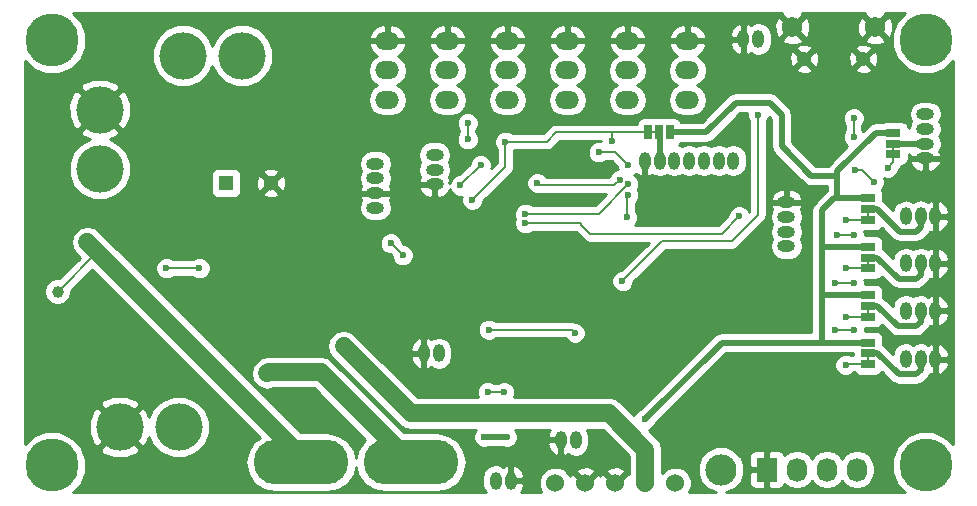
<source format=gbr>
G04 #@! TF.FileFunction,Copper,L2,Bot,Signal*
%FSLAX46Y46*%
G04 Gerber Fmt 4.6, Leading zero omitted, Abs format (unit mm)*
G04 Created by KiCad (PCBNEW 4.0.1-3.201512221402+6198~38~ubuntu15.04.1-stable) date Sun 03 Jan 2016 10:59:58 AM EST*
%MOMM*%
G01*
G04 APERTURE LIST*
%ADD10C,0.100000*%
%ADD11C,0.200000*%
%ADD12C,1.750060*%
%ADD13C,1.249680*%
%ADD14O,8.000000X3.800000*%
%ADD15R,1.300000X0.700000*%
%ADD16O,1.500000X1.016000*%
%ADD17O,1.016000X1.500000*%
%ADD18O,2.000000X1.500000*%
%ADD19C,4.000000*%
%ADD20C,4.500000*%
%ADD21C,1.524000*%
%ADD22R,1.727200X2.032000*%
%ADD23O,1.727200X2.032000*%
%ADD24R,0.700000X1.300000*%
%ADD25C,2.642000*%
%ADD26R,1.300000X1.300000*%
%ADD27C,1.300000*%
%ADD28C,0.600000*%
%ADD29C,1.000000*%
%ADD30C,0.500000*%
%ADD31C,1.500000*%
%ADD32C,0.254000*%
G04 APERTURE END LIST*
D10*
D11*
X174250000Y-111750000D02*
X174250000Y-112650000D01*
X172100000Y-129500000D02*
X172100000Y-130400000D01*
X172100000Y-125500000D02*
X172100000Y-126400000D01*
X172100000Y-121400000D02*
X172100000Y-122300000D01*
X172100000Y-117300000D02*
X172100000Y-118200000D01*
X154400000Y-110800000D02*
X153500000Y-110800000D01*
D12*
X172700120Y-101899980D03*
D13*
X171699360Y-104600000D03*
X166700640Y-104600000D03*
D12*
X165699880Y-101899980D03*
D14*
X124100000Y-138750000D03*
X133400000Y-138750000D03*
D15*
X174250000Y-110850000D03*
X174250000Y-111750000D03*
X174250000Y-112650000D03*
X172100000Y-128600000D03*
X172100000Y-129500000D03*
X172100000Y-130400000D03*
X172100000Y-124600000D03*
X172100000Y-125500000D03*
X172100000Y-126400000D03*
X172100000Y-120500000D03*
X172100000Y-121400000D03*
X172100000Y-122300000D03*
X172100000Y-116400000D03*
X172100000Y-117300000D03*
X172100000Y-118200000D03*
D16*
X135400000Y-112700000D03*
X135400000Y-113950000D03*
X135400000Y-115200000D03*
X176950000Y-109250000D03*
X176950000Y-110500000D03*
X176950000Y-111750000D03*
X176950000Y-113000000D03*
D17*
X175300000Y-130000000D03*
X176550000Y-130000000D03*
X177800000Y-130000000D03*
X175300000Y-125900000D03*
X176550000Y-125900000D03*
X177800000Y-125900000D03*
X175300000Y-121900000D03*
X176550000Y-121900000D03*
X177800000Y-121900000D03*
X175300000Y-117900000D03*
X176550000Y-117900000D03*
X177800000Y-117900000D03*
D18*
X156810000Y-108060000D03*
X156810000Y-105560000D03*
X156810000Y-103060000D03*
X151730000Y-108060000D03*
X151730000Y-105560000D03*
X151730000Y-103060000D03*
X146650000Y-108060000D03*
X146650000Y-105560000D03*
X146650000Y-103060000D03*
X141570000Y-108060000D03*
X141570000Y-105560000D03*
X141570000Y-103060000D03*
X136490000Y-108060000D03*
X136490000Y-105560000D03*
X136490000Y-103060000D03*
X131410000Y-108060000D03*
X131410000Y-105560000D03*
X131410000Y-103060000D03*
D17*
X162800000Y-102900000D03*
X161550000Y-102900000D03*
D19*
X108750000Y-135750000D03*
X113750000Y-135750000D03*
D17*
X135750000Y-129500000D03*
X134500000Y-129500000D03*
X140600000Y-140300000D03*
X141850000Y-140300000D03*
D20*
X177000000Y-103000000D03*
X177000000Y-139000000D03*
X103000000Y-139000000D03*
D21*
X155800000Y-140500000D03*
X153260000Y-140500000D03*
X150720000Y-140500000D03*
X148180000Y-140500000D03*
X145640000Y-140500000D03*
D17*
X147350000Y-136850000D03*
X146100000Y-136850000D03*
D16*
X130400000Y-117200000D03*
X130400000Y-115950000D03*
X130400000Y-114700000D03*
X130400000Y-113450000D03*
D22*
X163550000Y-139350000D03*
D23*
X166090000Y-139350000D03*
X168630000Y-139350000D03*
X171170000Y-139350000D03*
D16*
X165200000Y-116700000D03*
X165200000Y-117950000D03*
X165200000Y-119200000D03*
X165200000Y-120450000D03*
D19*
X119100000Y-104300000D03*
X114100000Y-104300000D03*
X107050000Y-108900000D03*
X107050000Y-113900000D03*
D24*
X155300000Y-110800000D03*
X154400000Y-110800000D03*
X153500000Y-110800000D03*
D17*
X153200000Y-113200000D03*
X160700000Y-113200000D03*
X159450000Y-113200000D03*
X158200000Y-113200000D03*
X156950000Y-113200000D03*
X155700000Y-113200000D03*
X154450000Y-113200000D03*
D20*
X103000000Y-103000000D03*
D25*
X159650000Y-139350000D03*
D26*
X117750000Y-115100000D03*
D27*
X121550000Y-115100000D03*
D28*
X139600000Y-136600000D03*
X141500000Y-136600000D03*
X153200000Y-135100000D03*
X150400000Y-111500000D03*
X151100000Y-114800000D03*
X144100000Y-115100000D03*
X132700000Y-121200000D03*
X131700000Y-120200000D03*
X170200000Y-130500000D03*
X170200000Y-126400000D03*
X170200000Y-122300000D03*
X170200000Y-118200000D03*
X141300000Y-132800000D03*
X139900000Y-132800000D03*
X141400000Y-111600000D03*
X138600000Y-116500000D03*
X173800000Y-113800000D03*
X159900000Y-116700000D03*
X156000000Y-117700000D03*
X102500000Y-131600000D03*
X142000000Y-116200000D03*
X144700000Y-132100000D03*
X136200000Y-123800000D03*
X126200000Y-120500000D03*
X147300000Y-119400000D03*
X101400000Y-121800000D03*
X171100000Y-133100000D03*
X168500000Y-133100000D03*
X166100000Y-133100000D03*
X140000000Y-127500000D03*
X147300000Y-127800000D03*
X151700000Y-118000000D03*
X170900000Y-109600000D03*
X170900000Y-111200000D03*
X151800000Y-116100000D03*
X143100000Y-117700000D03*
X151800000Y-115200000D03*
X151800000Y-113600000D03*
X149300000Y-112500000D03*
D29*
X127700000Y-128900000D03*
D28*
X170900000Y-127500000D03*
X169300000Y-127500000D03*
X170900000Y-123600000D03*
X169300000Y-123600000D03*
X170900000Y-119500000D03*
X169500000Y-119500000D03*
X172600000Y-115000000D03*
X171000000Y-114000000D03*
X162800000Y-109300000D03*
X151300000Y-123400000D03*
X137600000Y-115300000D03*
X139300000Y-113600000D03*
X138200000Y-111400000D03*
X138200000Y-110000000D03*
X115500000Y-122300000D03*
X112700000Y-122300000D03*
X161200000Y-117900000D03*
X143100000Y-118500000D03*
D29*
X103500000Y-124300000D03*
X106000000Y-120100000D03*
X121250000Y-131200000D03*
D30*
X169500000Y-114500000D02*
X167300000Y-114500000D01*
X158400000Y-110800000D02*
X155300000Y-110800000D01*
X160900000Y-108300000D02*
X158400000Y-110800000D01*
X163800000Y-108300000D02*
X160900000Y-108300000D01*
X164800000Y-109300000D02*
X163800000Y-108300000D01*
X164800000Y-112000000D02*
X164800000Y-109300000D01*
X167300000Y-114500000D02*
X164800000Y-112000000D01*
X169500000Y-116400000D02*
X169500000Y-114500000D01*
X169500000Y-114500000D02*
X169500000Y-114100000D01*
X172750000Y-110850000D02*
X174250000Y-110850000D01*
X169500000Y-114100000D02*
X172750000Y-110850000D01*
X141500000Y-136600000D02*
X139600000Y-136600000D01*
X159700000Y-128600000D02*
X168200000Y-128600000D01*
X153200000Y-135100000D02*
X159700000Y-128600000D01*
X172100000Y-128600000D02*
X168200000Y-128600000D01*
X172100000Y-124600000D02*
X168200000Y-124600000D01*
X172100000Y-120500000D02*
X168200000Y-120500000D01*
X169200000Y-116400000D02*
X169500000Y-116400000D01*
X169500000Y-116400000D02*
X172100000Y-116400000D01*
X168200000Y-117400000D02*
X169200000Y-116400000D01*
X168200000Y-128600000D02*
X168200000Y-124600000D01*
X168200000Y-124600000D02*
X168200000Y-120500000D01*
X168200000Y-120500000D02*
X168200000Y-117400000D01*
D11*
X150400000Y-111500000D02*
X150400000Y-110800000D01*
X141400000Y-111600000D02*
X144900000Y-111600000D01*
X145700000Y-110800000D02*
X150400000Y-110800000D01*
X150400000Y-110800000D02*
X153500000Y-110800000D01*
X144900000Y-111600000D02*
X145700000Y-110800000D01*
X147400000Y-115300000D02*
X150600000Y-115300000D01*
X150600000Y-115300000D02*
X151100000Y-114800000D01*
X144300000Y-115300000D02*
X147400000Y-115300000D01*
X144100000Y-115100000D02*
X144300000Y-115300000D01*
X132700000Y-121200000D02*
X131700000Y-120200000D01*
X172100000Y-130400000D02*
X170300000Y-130400000D01*
X170300000Y-130400000D02*
X170200000Y-130500000D01*
X172100000Y-126400000D02*
X170200000Y-126400000D01*
X172100000Y-122300000D02*
X170200000Y-122300000D01*
X172100000Y-118200000D02*
X170200000Y-118200000D01*
X139900000Y-132800000D02*
X141300000Y-132800000D01*
X141400000Y-113700000D02*
X141400000Y-111600000D01*
X138600000Y-116500000D02*
X141400000Y-113700000D01*
X174250000Y-113350000D02*
X174250000Y-112650000D01*
X173800000Y-113800000D02*
X174250000Y-113350000D01*
X147000000Y-127500000D02*
X140000000Y-127500000D01*
X147300000Y-127800000D02*
X147000000Y-127500000D01*
D30*
X174250000Y-111750000D02*
X176950000Y-111750000D01*
X154450000Y-113200000D02*
X154450000Y-110850000D01*
X154450000Y-110850000D02*
X154400000Y-110800000D01*
X172100000Y-129500000D02*
X172900000Y-129500000D01*
X172900000Y-129500000D02*
X174700000Y-131300000D01*
X174700000Y-131300000D02*
X176200000Y-131300000D01*
X176200000Y-131300000D02*
X176550000Y-130950000D01*
X176550000Y-130950000D02*
X176550000Y-130000000D01*
X172100000Y-125500000D02*
X172900000Y-125500000D01*
X172900000Y-125500000D02*
X174600000Y-127200000D01*
X174600000Y-127200000D02*
X176200000Y-127200000D01*
X176200000Y-127200000D02*
X176550000Y-126850000D01*
X176550000Y-126850000D02*
X176550000Y-125900000D01*
X172100000Y-121400000D02*
X172900000Y-121400000D01*
X172900000Y-121400000D02*
X174700000Y-123200000D01*
X174700000Y-123200000D02*
X176200000Y-123200000D01*
X176200000Y-123200000D02*
X176550000Y-122850000D01*
X176550000Y-122850000D02*
X176550000Y-121900000D01*
X172100000Y-117300000D02*
X172900000Y-117300000D01*
X172900000Y-117300000D02*
X174800000Y-119200000D01*
X174800000Y-119200000D02*
X176200000Y-119200000D01*
X176200000Y-119200000D02*
X176550000Y-118850000D01*
X176550000Y-118850000D02*
X176550000Y-117900000D01*
D11*
X170900000Y-111200000D02*
X170900000Y-109600000D01*
X151700000Y-116200000D02*
X151700000Y-118000000D01*
X151800000Y-116100000D02*
X151700000Y-116200000D01*
X149300000Y-117700000D02*
X143100000Y-117700000D01*
X151800000Y-115200000D02*
X149300000Y-117700000D01*
X151800000Y-113600000D02*
X150700000Y-112500000D01*
X150700000Y-112500000D02*
X149300000Y-112500000D01*
D31*
X153260000Y-140500000D02*
X153260000Y-137660000D01*
X153260000Y-137660000D02*
X150200000Y-134600000D01*
X150200000Y-134600000D02*
X133400000Y-134600000D01*
X133400000Y-134600000D02*
X127700000Y-128900000D01*
D11*
X170900000Y-127500000D02*
X169300000Y-127500000D01*
X169300000Y-123600000D02*
X170900000Y-123600000D01*
X169500000Y-119500000D02*
X170900000Y-119500000D01*
X172600000Y-115000000D02*
X171600000Y-114000000D01*
X171600000Y-114000000D02*
X171000000Y-114000000D01*
X162800000Y-117800000D02*
X162800000Y-109300000D01*
X160600000Y-120000000D02*
X162800000Y-117800000D01*
X154700000Y-120000000D02*
X160600000Y-120000000D01*
X151300000Y-123400000D02*
X154700000Y-120000000D01*
X139300000Y-113600000D02*
X137600000Y-115300000D01*
X138200000Y-110000000D02*
X138200000Y-111400000D01*
X112700000Y-122300000D02*
X115500000Y-122300000D01*
X143100000Y-118500000D02*
X147700000Y-118500000D01*
X147900000Y-118700000D02*
X148600000Y-119400000D01*
X148600000Y-119400000D02*
X159700000Y-119400000D01*
X159700000Y-119400000D02*
X161200000Y-117900000D01*
X147700000Y-118500000D02*
X147900000Y-118700000D01*
X103500000Y-124300000D02*
X106850000Y-120950000D01*
D31*
X124100000Y-138750000D02*
X124100000Y-138200000D01*
X124100000Y-138200000D02*
X106850000Y-120950000D01*
X106850000Y-120950000D02*
X106000000Y-120100000D01*
X133400000Y-138750000D02*
X125750000Y-131100000D01*
X121350000Y-131100000D02*
X125750000Y-131100000D01*
X121350000Y-131100000D02*
X121250000Y-131200000D01*
D32*
G36*
X164817404Y-100837899D02*
X165699880Y-101720375D01*
X166582356Y-100837899D01*
X166540372Y-100710000D01*
X171859628Y-100710000D01*
X171817644Y-100837899D01*
X172700120Y-101720375D01*
X173582596Y-100837899D01*
X173540612Y-100710000D01*
X175210429Y-100710000D01*
X174555643Y-101363645D01*
X174123384Y-102404638D01*
X174221739Y-102134680D01*
X174195729Y-101534516D01*
X174016097Y-101100848D01*
X173762201Y-101017504D01*
X172879725Y-101899980D01*
X173762201Y-102782456D01*
X174016097Y-102699112D01*
X174115500Y-102426278D01*
X174114501Y-103571344D01*
X174552790Y-104632086D01*
X175363645Y-105444357D01*
X176423620Y-105884498D01*
X177571344Y-105885499D01*
X178632086Y-105447210D01*
X179290000Y-104790443D01*
X179290000Y-137210429D01*
X178636355Y-136555643D01*
X177576380Y-136115502D01*
X176428656Y-136114501D01*
X175367914Y-136552790D01*
X174555643Y-137363645D01*
X174115502Y-138423620D01*
X174114501Y-139571344D01*
X174552790Y-140632086D01*
X175209557Y-141290000D01*
X160076906Y-141290000D01*
X160756537Y-141009183D01*
X161307249Y-140459431D01*
X161605659Y-139740779D01*
X161605750Y-139635750D01*
X162051400Y-139635750D01*
X162051400Y-140492310D01*
X162148073Y-140725699D01*
X162326702Y-140904327D01*
X162560091Y-141001000D01*
X163264250Y-141001000D01*
X163423000Y-140842250D01*
X163423000Y-139477000D01*
X162210150Y-139477000D01*
X162051400Y-139635750D01*
X161605750Y-139635750D01*
X161606338Y-138962635D01*
X161309183Y-138243463D01*
X161273473Y-138207690D01*
X162051400Y-138207690D01*
X162051400Y-139064250D01*
X162210150Y-139223000D01*
X163423000Y-139223000D01*
X163423000Y-137857750D01*
X163677000Y-137857750D01*
X163677000Y-139223000D01*
X163697000Y-139223000D01*
X163697000Y-139477000D01*
X163677000Y-139477000D01*
X163677000Y-140842250D01*
X163835750Y-141001000D01*
X164539909Y-141001000D01*
X164773298Y-140904327D01*
X164951927Y-140725699D01*
X165015500Y-140572220D01*
X165030330Y-140594415D01*
X165516511Y-140919271D01*
X166090000Y-141033345D01*
X166663489Y-140919271D01*
X167149670Y-140594415D01*
X167360000Y-140279634D01*
X167570330Y-140594415D01*
X168056511Y-140919271D01*
X168630000Y-141033345D01*
X169203489Y-140919271D01*
X169689670Y-140594415D01*
X169900000Y-140279634D01*
X170110330Y-140594415D01*
X170596511Y-140919271D01*
X171170000Y-141033345D01*
X171743489Y-140919271D01*
X172229670Y-140594415D01*
X172554526Y-140108234D01*
X172668600Y-139534745D01*
X172668600Y-139165255D01*
X172554526Y-138591766D01*
X172229670Y-138105585D01*
X171743489Y-137780729D01*
X171170000Y-137666655D01*
X170596511Y-137780729D01*
X170110330Y-138105585D01*
X169900000Y-138420366D01*
X169689670Y-138105585D01*
X169203489Y-137780729D01*
X168630000Y-137666655D01*
X168056511Y-137780729D01*
X167570330Y-138105585D01*
X167360000Y-138420366D01*
X167149670Y-138105585D01*
X166663489Y-137780729D01*
X166090000Y-137666655D01*
X165516511Y-137780729D01*
X165030330Y-138105585D01*
X165015500Y-138127780D01*
X164951927Y-137974301D01*
X164773298Y-137795673D01*
X164539909Y-137699000D01*
X163835750Y-137699000D01*
X163677000Y-137857750D01*
X163423000Y-137857750D01*
X163264250Y-137699000D01*
X162560091Y-137699000D01*
X162326702Y-137795673D01*
X162148073Y-137974301D01*
X162051400Y-138207690D01*
X161273473Y-138207690D01*
X160759431Y-137692751D01*
X160040779Y-137394341D01*
X159262635Y-137393662D01*
X158543463Y-137690817D01*
X157992751Y-138240569D01*
X157694341Y-138959221D01*
X157693662Y-139737365D01*
X157990817Y-140456537D01*
X158540569Y-141007249D01*
X159221510Y-141290000D01*
X156984613Y-141290000D01*
X157196757Y-140779100D01*
X157197242Y-140223339D01*
X156985010Y-139709697D01*
X156592370Y-139316371D01*
X156079100Y-139103243D01*
X155523339Y-139102758D01*
X155009697Y-139314990D01*
X154645000Y-139679051D01*
X154645000Y-137660005D01*
X154645001Y-137660000D01*
X154539574Y-137129984D01*
X154239343Y-136680657D01*
X153532834Y-135974148D01*
X153728943Y-135893117D01*
X153992192Y-135630327D01*
X154042566Y-135509014D01*
X160066579Y-129485000D01*
X170802560Y-129485000D01*
X170802560Y-129665000D01*
X170627234Y-129665000D01*
X170386799Y-129565162D01*
X170014833Y-129564838D01*
X169671057Y-129706883D01*
X169407808Y-129969673D01*
X169265162Y-130313201D01*
X169264838Y-130685167D01*
X169406883Y-131028943D01*
X169669673Y-131292192D01*
X170013201Y-131434838D01*
X170385167Y-131435162D01*
X170728943Y-131293117D01*
X170887336Y-131135000D01*
X170943156Y-131135000D01*
X170985910Y-131201441D01*
X171198110Y-131346431D01*
X171450000Y-131397440D01*
X172750000Y-131397440D01*
X172985317Y-131353162D01*
X173201441Y-131214090D01*
X173266822Y-131118402D01*
X174074208Y-131925787D01*
X174074210Y-131925790D01*
X174282554Y-132065000D01*
X174361325Y-132117633D01*
X174700000Y-132185000D01*
X176199995Y-132185000D01*
X176200000Y-132185001D01*
X176522004Y-132120949D01*
X176538675Y-132117633D01*
X176825790Y-131925790D01*
X176825791Y-131925789D01*
X177175787Y-131575792D01*
X177175790Y-131575790D01*
X177361225Y-131298266D01*
X177419864Y-131332757D01*
X177496866Y-131344071D01*
X177673000Y-131218022D01*
X177673000Y-130369680D01*
X177693000Y-130269134D01*
X177693000Y-130127000D01*
X177927000Y-130127000D01*
X177927000Y-131218022D01*
X178103134Y-131344071D01*
X178180136Y-131332757D01*
X178568614Y-131104256D01*
X178840078Y-130744485D01*
X178953199Y-130308215D01*
X178790610Y-130127000D01*
X177927000Y-130127000D01*
X177693000Y-130127000D01*
X177693000Y-129730866D01*
X177673000Y-129630320D01*
X177673000Y-128781978D01*
X177927000Y-128781978D01*
X177927000Y-129873000D01*
X178790610Y-129873000D01*
X178953199Y-129691785D01*
X178840078Y-129255515D01*
X178568614Y-128895744D01*
X178180136Y-128667243D01*
X178103134Y-128655929D01*
X177927000Y-128781978D01*
X177673000Y-128781978D01*
X177496866Y-128655929D01*
X177419864Y-128667243D01*
X177183798Y-128806096D01*
X176987407Y-128674872D01*
X176550000Y-128587866D01*
X176112593Y-128674872D01*
X175925000Y-128800217D01*
X175737407Y-128674872D01*
X175300000Y-128587866D01*
X174862593Y-128674872D01*
X174491777Y-128922643D01*
X174244006Y-129293459D01*
X174194404Y-129542824D01*
X173525790Y-128874210D01*
X173446079Y-128820949D01*
X173397440Y-128788450D01*
X173397440Y-128250000D01*
X173353162Y-128014683D01*
X173214090Y-127798559D01*
X173001890Y-127653569D01*
X172750000Y-127602560D01*
X171834911Y-127602560D01*
X171835090Y-127397440D01*
X172750000Y-127397440D01*
X172985317Y-127353162D01*
X173201441Y-127214090D01*
X173266822Y-127118402D01*
X173974208Y-127825787D01*
X173974210Y-127825790D01*
X174261325Y-128017633D01*
X174317516Y-128028810D01*
X174600000Y-128085001D01*
X174600005Y-128085000D01*
X176199995Y-128085000D01*
X176200000Y-128085001D01*
X176482484Y-128028810D01*
X176538675Y-128017633D01*
X176825790Y-127825790D01*
X176825791Y-127825789D01*
X177175787Y-127475792D01*
X177175790Y-127475790D01*
X177361225Y-127198266D01*
X177419864Y-127232757D01*
X177496866Y-127244071D01*
X177673000Y-127118022D01*
X177673000Y-126269680D01*
X177693000Y-126169134D01*
X177693000Y-126027000D01*
X177927000Y-126027000D01*
X177927000Y-127118022D01*
X178103134Y-127244071D01*
X178180136Y-127232757D01*
X178568614Y-127004256D01*
X178840078Y-126644485D01*
X178953199Y-126208215D01*
X178790610Y-126027000D01*
X177927000Y-126027000D01*
X177693000Y-126027000D01*
X177693000Y-125630866D01*
X177673000Y-125530320D01*
X177673000Y-124681978D01*
X177927000Y-124681978D01*
X177927000Y-125773000D01*
X178790610Y-125773000D01*
X178953199Y-125591785D01*
X178840078Y-125155515D01*
X178568614Y-124795744D01*
X178180136Y-124567243D01*
X178103134Y-124555929D01*
X177927000Y-124681978D01*
X177673000Y-124681978D01*
X177496866Y-124555929D01*
X177419864Y-124567243D01*
X177183798Y-124706096D01*
X176987407Y-124574872D01*
X176550000Y-124487866D01*
X176112593Y-124574872D01*
X175925000Y-124700217D01*
X175737407Y-124574872D01*
X175300000Y-124487866D01*
X174862593Y-124574872D01*
X174491777Y-124822643D01*
X174244006Y-125193459D01*
X174177813Y-125526233D01*
X173525790Y-124874210D01*
X173444244Y-124819723D01*
X173397440Y-124788450D01*
X173397440Y-124250000D01*
X173353162Y-124014683D01*
X173214090Y-123798559D01*
X173001890Y-123653569D01*
X172750000Y-123602560D01*
X171834998Y-123602560D01*
X171835162Y-123414833D01*
X171786656Y-123297440D01*
X172750000Y-123297440D01*
X172985317Y-123253162D01*
X173201441Y-123114090D01*
X173266822Y-123018402D01*
X174074208Y-123825787D01*
X174074210Y-123825790D01*
X174361325Y-124017633D01*
X174700000Y-124085000D01*
X176199995Y-124085000D01*
X176200000Y-124085001D01*
X176482484Y-124028810D01*
X176538675Y-124017633D01*
X176825790Y-123825790D01*
X176825791Y-123825789D01*
X177175787Y-123475792D01*
X177175790Y-123475790D01*
X177361225Y-123198266D01*
X177419864Y-123232757D01*
X177496866Y-123244071D01*
X177673000Y-123118022D01*
X177673000Y-122269680D01*
X177693000Y-122169134D01*
X177693000Y-122027000D01*
X177927000Y-122027000D01*
X177927000Y-123118022D01*
X178103134Y-123244071D01*
X178180136Y-123232757D01*
X178568614Y-123004256D01*
X178840078Y-122644485D01*
X178953199Y-122208215D01*
X178790610Y-122027000D01*
X177927000Y-122027000D01*
X177693000Y-122027000D01*
X177693000Y-121630866D01*
X177673000Y-121530320D01*
X177673000Y-120681978D01*
X177927000Y-120681978D01*
X177927000Y-121773000D01*
X178790610Y-121773000D01*
X178953199Y-121591785D01*
X178840078Y-121155515D01*
X178568614Y-120795744D01*
X178180136Y-120567243D01*
X178103134Y-120555929D01*
X177927000Y-120681978D01*
X177673000Y-120681978D01*
X177496866Y-120555929D01*
X177419864Y-120567243D01*
X177183798Y-120706096D01*
X176987407Y-120574872D01*
X176550000Y-120487866D01*
X176112593Y-120574872D01*
X175925000Y-120700217D01*
X175737407Y-120574872D01*
X175300000Y-120487866D01*
X174862593Y-120574872D01*
X174491777Y-120822643D01*
X174244006Y-121193459D01*
X174194404Y-121442824D01*
X173525790Y-120774210D01*
X173397440Y-120688450D01*
X173397440Y-120150000D01*
X173353162Y-119914683D01*
X173214090Y-119698559D01*
X173001890Y-119553569D01*
X172750000Y-119502560D01*
X171834998Y-119502560D01*
X171835162Y-119314833D01*
X171786656Y-119197440D01*
X172750000Y-119197440D01*
X172985317Y-119153162D01*
X173201441Y-119014090D01*
X173266822Y-118918402D01*
X174174208Y-119825787D01*
X174174210Y-119825790D01*
X174461325Y-120017633D01*
X174517516Y-120028810D01*
X174800000Y-120085001D01*
X174800005Y-120085000D01*
X176199995Y-120085000D01*
X176200000Y-120085001D01*
X176482484Y-120028810D01*
X176538675Y-120017633D01*
X176825790Y-119825790D01*
X177175787Y-119475792D01*
X177175790Y-119475790D01*
X177361225Y-119198266D01*
X177419864Y-119232757D01*
X177496866Y-119244071D01*
X177673000Y-119118022D01*
X177673000Y-118269680D01*
X177693000Y-118169134D01*
X177693000Y-118027000D01*
X177927000Y-118027000D01*
X177927000Y-119118022D01*
X178103134Y-119244071D01*
X178180136Y-119232757D01*
X178568614Y-119004256D01*
X178840078Y-118644485D01*
X178953199Y-118208215D01*
X178790610Y-118027000D01*
X177927000Y-118027000D01*
X177693000Y-118027000D01*
X177693000Y-117630866D01*
X177673000Y-117530320D01*
X177673000Y-116681978D01*
X177927000Y-116681978D01*
X177927000Y-117773000D01*
X178790610Y-117773000D01*
X178953199Y-117591785D01*
X178840078Y-117155515D01*
X178568614Y-116795744D01*
X178180136Y-116567243D01*
X178103134Y-116555929D01*
X177927000Y-116681978D01*
X177673000Y-116681978D01*
X177496866Y-116555929D01*
X177419864Y-116567243D01*
X177183798Y-116706096D01*
X176987407Y-116574872D01*
X176550000Y-116487866D01*
X176112593Y-116574872D01*
X175925000Y-116700217D01*
X175737407Y-116574872D01*
X175300000Y-116487866D01*
X174862593Y-116574872D01*
X174491777Y-116822643D01*
X174244006Y-117193459D01*
X174210995Y-117359415D01*
X173525790Y-116674210D01*
X173397440Y-116588450D01*
X173397440Y-116050000D01*
X173353162Y-115814683D01*
X173257016Y-115665268D01*
X173392192Y-115530327D01*
X173534838Y-115186799D01*
X173535162Y-114814833D01*
X173479101Y-114679155D01*
X173613201Y-114734838D01*
X173985167Y-114735162D01*
X174328943Y-114593117D01*
X174592192Y-114330327D01*
X174734838Y-113986799D01*
X174734910Y-113904537D01*
X174769723Y-113869724D01*
X174920872Y-113643513D01*
X175135317Y-113603162D01*
X175351441Y-113464090D01*
X175461417Y-113303134D01*
X175605929Y-113303134D01*
X175617243Y-113380136D01*
X175845744Y-113768614D01*
X176205515Y-114040078D01*
X176641785Y-114153199D01*
X176823000Y-113990610D01*
X176823000Y-113127000D01*
X177077000Y-113127000D01*
X177077000Y-113990610D01*
X177258215Y-114153199D01*
X177694485Y-114040078D01*
X178054256Y-113768614D01*
X178282757Y-113380136D01*
X178294071Y-113303134D01*
X178168022Y-113127000D01*
X177077000Y-113127000D01*
X176823000Y-113127000D01*
X175731978Y-113127000D01*
X175605929Y-113303134D01*
X175461417Y-113303134D01*
X175496431Y-113251890D01*
X175547440Y-113000000D01*
X175547440Y-112635000D01*
X175615019Y-112635000D01*
X175605929Y-112696866D01*
X175731978Y-112873000D01*
X176580320Y-112873000D01*
X176680866Y-112893000D01*
X177219134Y-112893000D01*
X177319680Y-112873000D01*
X178168022Y-112873000D01*
X178294071Y-112696866D01*
X178282757Y-112619864D01*
X178143904Y-112383798D01*
X178275128Y-112187407D01*
X178362134Y-111750000D01*
X178275128Y-111312593D01*
X178149783Y-111125000D01*
X178275128Y-110937407D01*
X178362134Y-110500000D01*
X178275128Y-110062593D01*
X178149783Y-109875000D01*
X178275128Y-109687407D01*
X178362134Y-109250000D01*
X178275128Y-108812593D01*
X178027357Y-108441777D01*
X177656541Y-108194006D01*
X177219134Y-108107000D01*
X176680866Y-108107000D01*
X176243459Y-108194006D01*
X175872643Y-108441777D01*
X175624872Y-108812593D01*
X175537866Y-109250000D01*
X175624872Y-109687407D01*
X175750217Y-109875000D01*
X175624872Y-110062593D01*
X175542786Y-110475266D01*
X175503162Y-110264683D01*
X175364090Y-110048559D01*
X175151890Y-109903569D01*
X174900000Y-109852560D01*
X173600000Y-109852560D01*
X173364683Y-109896838D01*
X173258756Y-109965000D01*
X172750005Y-109965000D01*
X172750000Y-109964999D01*
X172411325Y-110032367D01*
X172124210Y-110224210D01*
X172124208Y-110224213D01*
X171685247Y-110663174D01*
X171635000Y-110612838D01*
X171635000Y-110187419D01*
X171692192Y-110130327D01*
X171834838Y-109786799D01*
X171835162Y-109414833D01*
X171693117Y-109071057D01*
X171430327Y-108807808D01*
X171086799Y-108665162D01*
X170714833Y-108664838D01*
X170371057Y-108806883D01*
X170107808Y-109069673D01*
X169965162Y-109413201D01*
X169964838Y-109785167D01*
X170106883Y-110128943D01*
X170165000Y-110187162D01*
X170165000Y-110612581D01*
X170107808Y-110669673D01*
X169965162Y-111013201D01*
X169964838Y-111385167D01*
X170106883Y-111728943D01*
X170362957Y-111985464D01*
X168874210Y-113474210D01*
X168780138Y-113615000D01*
X167666579Y-113615000D01*
X165685000Y-111633420D01*
X165685000Y-109300005D01*
X165685001Y-109300000D01*
X165617634Y-108961326D01*
X165496661Y-108780277D01*
X165425790Y-108674210D01*
X165425787Y-108674208D01*
X164425790Y-107674210D01*
X164138675Y-107482367D01*
X164082484Y-107471190D01*
X163800000Y-107414999D01*
X163799995Y-107415000D01*
X160900005Y-107415000D01*
X160900000Y-107414999D01*
X160617516Y-107471190D01*
X160561325Y-107482367D01*
X160274210Y-107674210D01*
X160274208Y-107674213D01*
X158033420Y-109915000D01*
X156253222Y-109915000D01*
X156253162Y-109914683D01*
X156114090Y-109698559D01*
X155901890Y-109553569D01*
X155650000Y-109502560D01*
X154950000Y-109502560D01*
X154846329Y-109522067D01*
X154750000Y-109502560D01*
X154050000Y-109502560D01*
X153946329Y-109522067D01*
X153850000Y-109502560D01*
X153150000Y-109502560D01*
X152914683Y-109546838D01*
X152698559Y-109685910D01*
X152553569Y-109898110D01*
X152519773Y-110065000D01*
X145700000Y-110065000D01*
X145418728Y-110120949D01*
X145180277Y-110280276D01*
X144595554Y-110865000D01*
X141987419Y-110865000D01*
X141930327Y-110807808D01*
X141586799Y-110665162D01*
X141214833Y-110664838D01*
X140871057Y-110806883D01*
X140607808Y-111069673D01*
X140465162Y-111413201D01*
X140464838Y-111785167D01*
X140606883Y-112128943D01*
X140665000Y-112187162D01*
X140665000Y-113395553D01*
X140207204Y-113853350D01*
X140234838Y-113786799D01*
X140235162Y-113414833D01*
X140093117Y-113071057D01*
X139830327Y-112807808D01*
X139486799Y-112665162D01*
X139114833Y-112664838D01*
X138771057Y-112806883D01*
X138507808Y-113069673D01*
X138365162Y-113413201D01*
X138365090Y-113495463D01*
X137495645Y-114364908D01*
X137414833Y-114364838D01*
X137071057Y-114506883D01*
X136807808Y-114769673D01*
X136681856Y-115072998D01*
X136618023Y-115072998D01*
X136744071Y-114896866D01*
X136732757Y-114819864D01*
X136593904Y-114583798D01*
X136725128Y-114387407D01*
X136812134Y-113950000D01*
X136725128Y-113512593D01*
X136599783Y-113325000D01*
X136725128Y-113137407D01*
X136812134Y-112700000D01*
X136725128Y-112262593D01*
X136477357Y-111891777D01*
X136106541Y-111644006D01*
X135669134Y-111557000D01*
X135130866Y-111557000D01*
X134693459Y-111644006D01*
X134322643Y-111891777D01*
X134074872Y-112262593D01*
X133987866Y-112700000D01*
X134074872Y-113137407D01*
X134200217Y-113325000D01*
X134074872Y-113512593D01*
X133987866Y-113950000D01*
X134074872Y-114387407D01*
X134206096Y-114583798D01*
X134067243Y-114819864D01*
X134055929Y-114896866D01*
X134181978Y-115073000D01*
X135030320Y-115073000D01*
X135130866Y-115093000D01*
X135547000Y-115093000D01*
X135547000Y-115327000D01*
X135527000Y-115327000D01*
X135527000Y-116190610D01*
X135708215Y-116353199D01*
X136144485Y-116240078D01*
X136504256Y-115968614D01*
X136715912Y-115608775D01*
X136806883Y-115828943D01*
X137069673Y-116092192D01*
X137413201Y-116234838D01*
X137697598Y-116235086D01*
X137665162Y-116313201D01*
X137664838Y-116685167D01*
X137806883Y-117028943D01*
X138069673Y-117292192D01*
X138413201Y-117434838D01*
X138785167Y-117435162D01*
X139128943Y-117293117D01*
X139392192Y-117030327D01*
X139534838Y-116686799D01*
X139534910Y-116604536D01*
X141919724Y-114219723D01*
X142079051Y-113981272D01*
X142101239Y-113869724D01*
X142135000Y-113700000D01*
X142135000Y-112335000D01*
X144900000Y-112335000D01*
X145181272Y-112279051D01*
X145419723Y-112119723D01*
X146004447Y-111535000D01*
X149464969Y-111535000D01*
X149464943Y-111565143D01*
X149114833Y-111564838D01*
X148771057Y-111706883D01*
X148507808Y-111969673D01*
X148365162Y-112313201D01*
X148364838Y-112685167D01*
X148506883Y-113028943D01*
X148769673Y-113292192D01*
X149113201Y-113434838D01*
X149485167Y-113435162D01*
X149828943Y-113293117D01*
X149887162Y-113235000D01*
X150395554Y-113235000D01*
X150864908Y-113704355D01*
X150864838Y-113785167D01*
X150900247Y-113870865D01*
X150571057Y-114006883D01*
X150307808Y-114269673D01*
X150185177Y-114565000D01*
X144887071Y-114565000D01*
X144630327Y-114307808D01*
X144286799Y-114165162D01*
X143914833Y-114164838D01*
X143571057Y-114306883D01*
X143307808Y-114569673D01*
X143165162Y-114913201D01*
X143164838Y-115285167D01*
X143306883Y-115628943D01*
X143569673Y-115892192D01*
X143913201Y-116034838D01*
X144285167Y-116035162D01*
X144290252Y-116033061D01*
X144300000Y-116035000D01*
X149925554Y-116035000D01*
X148995554Y-116965000D01*
X143687419Y-116965000D01*
X143630327Y-116907808D01*
X143286799Y-116765162D01*
X142914833Y-116764838D01*
X142571057Y-116906883D01*
X142307808Y-117169673D01*
X142165162Y-117513201D01*
X142164838Y-117885167D01*
X142253648Y-118100104D01*
X142165162Y-118313201D01*
X142164838Y-118685167D01*
X142306883Y-119028943D01*
X142569673Y-119292192D01*
X142913201Y-119434838D01*
X143285167Y-119435162D01*
X143628943Y-119293117D01*
X143687162Y-119235000D01*
X147395554Y-119235000D01*
X148080276Y-119919723D01*
X148318727Y-120079051D01*
X148348635Y-120085000D01*
X148600000Y-120135000D01*
X153525553Y-120135000D01*
X151195645Y-122464908D01*
X151114833Y-122464838D01*
X150771057Y-122606883D01*
X150507808Y-122869673D01*
X150365162Y-123213201D01*
X150364838Y-123585167D01*
X150506883Y-123928943D01*
X150769673Y-124192192D01*
X151113201Y-124334838D01*
X151485167Y-124335162D01*
X151828943Y-124193117D01*
X152092192Y-123930327D01*
X152234838Y-123586799D01*
X152234910Y-123504536D01*
X155004447Y-120735000D01*
X160600000Y-120735000D01*
X160881272Y-120679051D01*
X161119723Y-120519723D01*
X163319724Y-118319723D01*
X163479051Y-118081272D01*
X163491050Y-118020949D01*
X163505162Y-117950000D01*
X163787866Y-117950000D01*
X163874872Y-118387407D01*
X164000217Y-118575000D01*
X163874872Y-118762593D01*
X163787866Y-119200000D01*
X163874872Y-119637407D01*
X164000217Y-119825000D01*
X163874872Y-120012593D01*
X163787866Y-120450000D01*
X163874872Y-120887407D01*
X164122643Y-121258223D01*
X164493459Y-121505994D01*
X164930866Y-121593000D01*
X165469134Y-121593000D01*
X165906541Y-121505994D01*
X166277357Y-121258223D01*
X166525128Y-120887407D01*
X166612134Y-120450000D01*
X166525128Y-120012593D01*
X166399783Y-119825000D01*
X166525128Y-119637407D01*
X166612134Y-119200000D01*
X166525128Y-118762593D01*
X166399783Y-118575000D01*
X166525128Y-118387407D01*
X166612134Y-117950000D01*
X166525128Y-117512593D01*
X166393904Y-117316202D01*
X166532757Y-117080136D01*
X166544071Y-117003134D01*
X166418022Y-116827000D01*
X165569680Y-116827000D01*
X165469134Y-116807000D01*
X164930866Y-116807000D01*
X164830320Y-116827000D01*
X163981978Y-116827000D01*
X163855929Y-117003134D01*
X163867243Y-117080136D01*
X164006096Y-117316202D01*
X163874872Y-117512593D01*
X163787866Y-117950000D01*
X163505162Y-117950000D01*
X163535000Y-117800000D01*
X163535000Y-116396866D01*
X163855929Y-116396866D01*
X163981978Y-116573000D01*
X165073000Y-116573000D01*
X165073000Y-115709390D01*
X165327000Y-115709390D01*
X165327000Y-116573000D01*
X166418022Y-116573000D01*
X166544071Y-116396866D01*
X166532757Y-116319864D01*
X166304256Y-115931386D01*
X165944485Y-115659922D01*
X165508215Y-115546801D01*
X165327000Y-115709390D01*
X165073000Y-115709390D01*
X164891785Y-115546801D01*
X164455515Y-115659922D01*
X164095744Y-115931386D01*
X163867243Y-116319864D01*
X163855929Y-116396866D01*
X163535000Y-116396866D01*
X163535000Y-109887419D01*
X163592192Y-109830327D01*
X163734838Y-109486799D01*
X163734838Y-109486418D01*
X163915000Y-109666579D01*
X163915000Y-111999995D01*
X163914999Y-112000000D01*
X163967233Y-112262593D01*
X163982367Y-112338675D01*
X164132984Y-112564090D01*
X164174210Y-112625790D01*
X166674208Y-115125787D01*
X166674210Y-115125790D01*
X166961325Y-115317633D01*
X167008416Y-115327000D01*
X167300000Y-115385001D01*
X167300005Y-115385000D01*
X168615000Y-115385000D01*
X168615000Y-115746955D01*
X168574210Y-115774210D01*
X168574208Y-115774213D01*
X167574210Y-116774210D01*
X167382367Y-117061325D01*
X167374038Y-117103199D01*
X167314999Y-117400000D01*
X167315000Y-117400005D01*
X167315000Y-127715000D01*
X159700005Y-127715000D01*
X159700000Y-127714999D01*
X159366830Y-127781272D01*
X159361325Y-127782367D01*
X159074210Y-127974210D01*
X159074208Y-127974213D01*
X152791164Y-134257256D01*
X152671057Y-134306883D01*
X152407808Y-134569673D01*
X152325816Y-134767130D01*
X151179343Y-133620657D01*
X151051148Y-133535000D01*
X150730017Y-133320427D01*
X150200000Y-133215000D01*
X142140080Y-133215000D01*
X142234838Y-132986799D01*
X142235162Y-132614833D01*
X142093117Y-132271057D01*
X141830327Y-132007808D01*
X141486799Y-131865162D01*
X141114833Y-131864838D01*
X140771057Y-132006883D01*
X140712838Y-132065000D01*
X140487419Y-132065000D01*
X140430327Y-132007808D01*
X140086799Y-131865162D01*
X139714833Y-131864838D01*
X139371057Y-132006883D01*
X139107808Y-132269673D01*
X138965162Y-132613201D01*
X138964838Y-132985167D01*
X139059803Y-133215000D01*
X133973686Y-133215000D01*
X130566901Y-129808215D01*
X133346801Y-129808215D01*
X133459922Y-130244485D01*
X133731386Y-130604256D01*
X134119864Y-130832757D01*
X134196866Y-130844071D01*
X134373000Y-130718022D01*
X134373000Y-129627000D01*
X133509390Y-129627000D01*
X133346801Y-129808215D01*
X130566901Y-129808215D01*
X129950471Y-129191785D01*
X133346801Y-129191785D01*
X133509390Y-129373000D01*
X134373000Y-129373000D01*
X134373000Y-129230866D01*
X134607000Y-129230866D01*
X134607000Y-129769134D01*
X134627000Y-129869680D01*
X134627000Y-130718022D01*
X134803134Y-130844071D01*
X134880136Y-130832757D01*
X135116202Y-130693904D01*
X135312593Y-130825128D01*
X135750000Y-130912134D01*
X136187407Y-130825128D01*
X136558223Y-130577357D01*
X136805994Y-130206541D01*
X136893000Y-129769134D01*
X136893000Y-129230866D01*
X136805994Y-128793459D01*
X136558223Y-128422643D01*
X136187407Y-128174872D01*
X135750000Y-128087866D01*
X135312593Y-128174872D01*
X135116202Y-128306096D01*
X134880136Y-128167243D01*
X134803134Y-128155929D01*
X134627000Y-128281978D01*
X134627000Y-129130320D01*
X134607000Y-129230866D01*
X134373000Y-129230866D01*
X134373000Y-128281978D01*
X134196866Y-128155929D01*
X134119864Y-128167243D01*
X133731386Y-128395744D01*
X133459922Y-128755515D01*
X133346801Y-129191785D01*
X129950471Y-129191785D01*
X128679343Y-127920657D01*
X128326907Y-127685167D01*
X139064838Y-127685167D01*
X139206883Y-128028943D01*
X139469673Y-128292192D01*
X139813201Y-128434838D01*
X140185167Y-128435162D01*
X140528943Y-128293117D01*
X140587162Y-128235000D01*
X146468067Y-128235000D01*
X146506883Y-128328943D01*
X146769673Y-128592192D01*
X147113201Y-128734838D01*
X147485167Y-128735162D01*
X147828943Y-128593117D01*
X148092192Y-128330327D01*
X148234838Y-127986799D01*
X148235162Y-127614833D01*
X148093117Y-127271057D01*
X147830327Y-127007808D01*
X147486799Y-126865162D01*
X147347259Y-126865040D01*
X147281272Y-126820949D01*
X147000000Y-126765000D01*
X140587419Y-126765000D01*
X140530327Y-126707808D01*
X140186799Y-126565162D01*
X139814833Y-126564838D01*
X139471057Y-126706883D01*
X139207808Y-126969673D01*
X139065162Y-127313201D01*
X139064838Y-127685167D01*
X128326907Y-127685167D01*
X128230016Y-127620427D01*
X127700000Y-127515000D01*
X127169984Y-127620427D01*
X126720657Y-127920657D01*
X126420427Y-128369984D01*
X126315000Y-128900000D01*
X126420427Y-129430016D01*
X126720657Y-129879343D01*
X132420657Y-135579343D01*
X132869983Y-135879573D01*
X133400000Y-135985000D01*
X138892629Y-135985000D01*
X138807808Y-136069673D01*
X138665162Y-136413201D01*
X138664838Y-136785167D01*
X138806883Y-137128943D01*
X139069673Y-137392192D01*
X139413201Y-137534838D01*
X139785167Y-137535162D01*
X139906569Y-137485000D01*
X141193178Y-137485000D01*
X141313201Y-137534838D01*
X141685167Y-137535162D01*
X142028943Y-137393117D01*
X142264255Y-137158215D01*
X144946801Y-137158215D01*
X145059922Y-137594485D01*
X145331386Y-137954256D01*
X145719864Y-138182757D01*
X145796866Y-138194071D01*
X145973000Y-138068022D01*
X145973000Y-136977000D01*
X145109390Y-136977000D01*
X144946801Y-137158215D01*
X142264255Y-137158215D01*
X142292192Y-137130327D01*
X142434838Y-136786799D01*
X142435162Y-136414833D01*
X142293117Y-136071057D01*
X142207210Y-135985000D01*
X145150856Y-135985000D01*
X145059922Y-136105515D01*
X144946801Y-136541785D01*
X145109390Y-136723000D01*
X145973000Y-136723000D01*
X145973000Y-136703000D01*
X146207000Y-136703000D01*
X146207000Y-137119134D01*
X146227000Y-137219680D01*
X146227000Y-138068022D01*
X146403134Y-138194071D01*
X146480136Y-138182757D01*
X146716202Y-138043904D01*
X146912593Y-138175128D01*
X147350000Y-138262134D01*
X147787407Y-138175128D01*
X148158223Y-137927357D01*
X148405994Y-137556541D01*
X148493000Y-137119134D01*
X148493000Y-136580866D01*
X148405994Y-136143459D01*
X148300115Y-135985000D01*
X149626314Y-135985000D01*
X151875000Y-138233686D01*
X151875000Y-139749526D01*
X151700213Y-139699392D01*
X150899605Y-140500000D01*
X150913748Y-140514143D01*
X150734143Y-140693748D01*
X150720000Y-140679605D01*
X150705858Y-140693748D01*
X150526253Y-140514143D01*
X150540395Y-140500000D01*
X149739787Y-139699392D01*
X149497603Y-139768857D01*
X149453547Y-139892344D01*
X149402397Y-139768857D01*
X149160213Y-139699392D01*
X148359605Y-140500000D01*
X148373748Y-140514143D01*
X148194143Y-140693748D01*
X148180000Y-140679605D01*
X148165858Y-140693748D01*
X147986253Y-140514143D01*
X148000395Y-140500000D01*
X147199787Y-139699392D01*
X146957603Y-139768857D01*
X146907491Y-139909318D01*
X146825010Y-139709697D01*
X146635432Y-139519787D01*
X147379392Y-139519787D01*
X148180000Y-140320395D01*
X148980608Y-139519787D01*
X149919392Y-139519787D01*
X150720000Y-140320395D01*
X151520608Y-139519787D01*
X151451143Y-139277603D01*
X150927698Y-139090856D01*
X150372632Y-139118638D01*
X149988857Y-139277603D01*
X149919392Y-139519787D01*
X148980608Y-139519787D01*
X148911143Y-139277603D01*
X148387698Y-139090856D01*
X147832632Y-139118638D01*
X147448857Y-139277603D01*
X147379392Y-139519787D01*
X146635432Y-139519787D01*
X146432370Y-139316371D01*
X145919100Y-139103243D01*
X145363339Y-139102758D01*
X144849697Y-139314990D01*
X144456371Y-139707630D01*
X144243243Y-140220900D01*
X144242758Y-140776661D01*
X144454865Y-141290000D01*
X142704825Y-141290000D01*
X142890078Y-141044485D01*
X143003199Y-140608215D01*
X142840610Y-140427000D01*
X141977000Y-140427000D01*
X141977000Y-140447000D01*
X141743000Y-140447000D01*
X141743000Y-140030866D01*
X141723000Y-139930320D01*
X141723000Y-139081978D01*
X141977000Y-139081978D01*
X141977000Y-140173000D01*
X142840610Y-140173000D01*
X143003199Y-139991785D01*
X142890078Y-139555515D01*
X142618614Y-139195744D01*
X142230136Y-138967243D01*
X142153134Y-138955929D01*
X141977000Y-139081978D01*
X141723000Y-139081978D01*
X141546866Y-138955929D01*
X141469864Y-138967243D01*
X141233798Y-139106096D01*
X141037407Y-138974872D01*
X140600000Y-138887866D01*
X140162593Y-138974872D01*
X139791777Y-139222643D01*
X139544006Y-139593459D01*
X139457000Y-140030866D01*
X139457000Y-140569134D01*
X139544006Y-141006541D01*
X139733407Y-141290000D01*
X104789571Y-141290000D01*
X105444357Y-140636355D01*
X105884498Y-139576380D01*
X105885499Y-138428656D01*
X105553445Y-137625022D01*
X107054584Y-137625022D01*
X107275353Y-137995743D01*
X108247012Y-138389119D01*
X109295247Y-138380713D01*
X110224647Y-137995743D01*
X110445416Y-137625022D01*
X108750000Y-135929605D01*
X107054584Y-137625022D01*
X105553445Y-137625022D01*
X105447210Y-137367914D01*
X104636355Y-136555643D01*
X103576380Y-136115502D01*
X102428656Y-136114501D01*
X101367914Y-136552790D01*
X100710000Y-137209557D01*
X100710000Y-135247012D01*
X106110881Y-135247012D01*
X106119287Y-136295247D01*
X106504257Y-137224647D01*
X106874978Y-137445416D01*
X108570395Y-135750000D01*
X108929605Y-135750000D01*
X110625022Y-137445416D01*
X110995743Y-137224647D01*
X111249377Y-136598158D01*
X111514853Y-137240658D01*
X112255443Y-137982542D01*
X113223567Y-138384542D01*
X114271834Y-138385457D01*
X115240658Y-137985147D01*
X115982542Y-137244557D01*
X116384542Y-136276433D01*
X116385457Y-135228166D01*
X115985147Y-134259342D01*
X115244557Y-133517458D01*
X114276433Y-133115458D01*
X113228166Y-133114543D01*
X112259342Y-133514853D01*
X111517458Y-134255443D01*
X111252150Y-134894375D01*
X110995743Y-134275353D01*
X110625022Y-134054584D01*
X108929605Y-135750000D01*
X108570395Y-135750000D01*
X106874978Y-134054584D01*
X106504257Y-134275353D01*
X106110881Y-135247012D01*
X100710000Y-135247012D01*
X100710000Y-133874978D01*
X107054584Y-133874978D01*
X108750000Y-135570395D01*
X110445416Y-133874978D01*
X110224647Y-133504257D01*
X109252988Y-133110881D01*
X108204753Y-133119287D01*
X107275353Y-133504257D01*
X107054584Y-133874978D01*
X100710000Y-133874978D01*
X100710000Y-124524775D01*
X102364803Y-124524775D01*
X102537233Y-124942086D01*
X102856235Y-125261645D01*
X103273244Y-125434803D01*
X103724775Y-125435197D01*
X104142086Y-125262767D01*
X104461645Y-124943765D01*
X104634803Y-124526756D01*
X104635084Y-124204362D01*
X106390380Y-122449066D01*
X120585525Y-136644211D01*
X120116679Y-136957484D01*
X119567160Y-137779897D01*
X119374195Y-138750000D01*
X119567160Y-139720103D01*
X120116679Y-140542516D01*
X120939092Y-141092035D01*
X121909195Y-141285000D01*
X126290805Y-141285000D01*
X127260908Y-141092035D01*
X128083321Y-140542516D01*
X128632840Y-139720103D01*
X128750000Y-139131098D01*
X128867160Y-139720103D01*
X129416679Y-140542516D01*
X130239092Y-141092035D01*
X131209195Y-141285000D01*
X135590805Y-141285000D01*
X136560908Y-141092035D01*
X137383321Y-140542516D01*
X137932840Y-139720103D01*
X138125805Y-138750000D01*
X137932840Y-137779897D01*
X137383321Y-136957484D01*
X136560908Y-136407965D01*
X135590805Y-136215000D01*
X132823686Y-136215000D01*
X126729343Y-130120657D01*
X126646045Y-130064999D01*
X126280017Y-129820427D01*
X125750000Y-129715000D01*
X121350000Y-129715000D01*
X120819983Y-129820427D01*
X120453955Y-130064999D01*
X120370657Y-130120657D01*
X120270657Y-130220657D01*
X119970427Y-130669984D01*
X119865000Y-131200000D01*
X119970427Y-131730016D01*
X120270657Y-132179343D01*
X120719984Y-132479573D01*
X121250000Y-132585000D01*
X121752733Y-132485000D01*
X125176314Y-132485000D01*
X129555824Y-136864510D01*
X129416679Y-136957484D01*
X128867160Y-137779897D01*
X128750000Y-138368902D01*
X128632840Y-137779897D01*
X128083321Y-136957484D01*
X127260908Y-136407965D01*
X126290805Y-136215000D01*
X124073686Y-136215000D01*
X110343853Y-122485167D01*
X111764838Y-122485167D01*
X111906883Y-122828943D01*
X112169673Y-123092192D01*
X112513201Y-123234838D01*
X112885167Y-123235162D01*
X113228943Y-123093117D01*
X113287162Y-123035000D01*
X114912581Y-123035000D01*
X114969673Y-123092192D01*
X115313201Y-123234838D01*
X115685167Y-123235162D01*
X116028943Y-123093117D01*
X116292192Y-122830327D01*
X116434838Y-122486799D01*
X116435162Y-122114833D01*
X116293117Y-121771057D01*
X116030327Y-121507808D01*
X115686799Y-121365162D01*
X115314833Y-121364838D01*
X114971057Y-121506883D01*
X114912838Y-121565000D01*
X113287419Y-121565000D01*
X113230327Y-121507808D01*
X112886799Y-121365162D01*
X112514833Y-121364838D01*
X112171057Y-121506883D01*
X111907808Y-121769673D01*
X111765162Y-122113201D01*
X111764838Y-122485167D01*
X110343853Y-122485167D01*
X108243853Y-120385167D01*
X130764838Y-120385167D01*
X130906883Y-120728943D01*
X131169673Y-120992192D01*
X131513201Y-121134838D01*
X131595463Y-121134910D01*
X131764908Y-121304355D01*
X131764838Y-121385167D01*
X131906883Y-121728943D01*
X132169673Y-121992192D01*
X132513201Y-122134838D01*
X132885167Y-122135162D01*
X133228943Y-121993117D01*
X133492192Y-121730327D01*
X133634838Y-121386799D01*
X133635162Y-121014833D01*
X133493117Y-120671057D01*
X133230327Y-120407808D01*
X132886799Y-120265162D01*
X132804537Y-120265090D01*
X132635092Y-120095645D01*
X132635162Y-120014833D01*
X132493117Y-119671057D01*
X132230327Y-119407808D01*
X131886799Y-119265162D01*
X131514833Y-119264838D01*
X131171057Y-119406883D01*
X130907808Y-119669673D01*
X130765162Y-120013201D01*
X130764838Y-120385167D01*
X108243853Y-120385167D01*
X106979343Y-119120657D01*
X106530016Y-118820427D01*
X106000000Y-118715000D01*
X105469984Y-118820427D01*
X105020657Y-119120657D01*
X104720427Y-119569984D01*
X104615000Y-120100000D01*
X104720427Y-120630016D01*
X105020657Y-121079343D01*
X105350934Y-121409620D01*
X103595471Y-123165082D01*
X103275225Y-123164803D01*
X102857914Y-123337233D01*
X102538355Y-123656235D01*
X102365197Y-124073244D01*
X102364803Y-124524775D01*
X100710000Y-124524775D01*
X100710000Y-117200000D01*
X128987866Y-117200000D01*
X129074872Y-117637407D01*
X129322643Y-118008223D01*
X129693459Y-118255994D01*
X130130866Y-118343000D01*
X130669134Y-118343000D01*
X131106541Y-118255994D01*
X131477357Y-118008223D01*
X131725128Y-117637407D01*
X131812134Y-117200000D01*
X131725128Y-116762593D01*
X131593904Y-116566202D01*
X131732757Y-116330136D01*
X131744071Y-116253134D01*
X131618022Y-116077000D01*
X130769680Y-116077000D01*
X130669134Y-116057000D01*
X130130866Y-116057000D01*
X130030320Y-116077000D01*
X129181978Y-116077000D01*
X129055929Y-116253134D01*
X129067243Y-116330136D01*
X129206096Y-116566202D01*
X129074872Y-116762593D01*
X128987866Y-117200000D01*
X100710000Y-117200000D01*
X100710000Y-114421834D01*
X104414543Y-114421834D01*
X104814853Y-115390658D01*
X105555443Y-116132542D01*
X106523567Y-116534542D01*
X107571834Y-116535457D01*
X108540658Y-116135147D01*
X109282542Y-115394557D01*
X109674756Y-114450000D01*
X116452560Y-114450000D01*
X116452560Y-115750000D01*
X116496838Y-115985317D01*
X116635910Y-116201441D01*
X116848110Y-116346431D01*
X117100000Y-116397440D01*
X118400000Y-116397440D01*
X118635317Y-116353162D01*
X118851441Y-116214090D01*
X118996431Y-116001890D01*
X118997012Y-115999016D01*
X120830590Y-115999016D01*
X120886271Y-116229611D01*
X121369078Y-116397622D01*
X121879428Y-116368083D01*
X122213729Y-116229611D01*
X122269410Y-115999016D01*
X121550000Y-115279605D01*
X120830590Y-115999016D01*
X118997012Y-115999016D01*
X119047440Y-115750000D01*
X119047440Y-114919078D01*
X120252378Y-114919078D01*
X120281917Y-115429428D01*
X120420389Y-115763729D01*
X120650984Y-115819410D01*
X121370395Y-115100000D01*
X121729605Y-115100000D01*
X122449016Y-115819410D01*
X122679611Y-115763729D01*
X122847622Y-115280922D01*
X122818083Y-114770572D01*
X122679611Y-114436271D01*
X122449016Y-114380590D01*
X121729605Y-115100000D01*
X121370395Y-115100000D01*
X120650984Y-114380590D01*
X120420389Y-114436271D01*
X120252378Y-114919078D01*
X119047440Y-114919078D01*
X119047440Y-114450000D01*
X119003162Y-114214683D01*
X118994347Y-114200984D01*
X120830590Y-114200984D01*
X121550000Y-114920395D01*
X122269410Y-114200984D01*
X122213729Y-113970389D01*
X121730922Y-113802378D01*
X121220572Y-113831917D01*
X120886271Y-113970389D01*
X120830590Y-114200984D01*
X118994347Y-114200984D01*
X118864090Y-113998559D01*
X118651890Y-113853569D01*
X118400000Y-113802560D01*
X117100000Y-113802560D01*
X116864683Y-113846838D01*
X116648559Y-113985910D01*
X116503569Y-114198110D01*
X116452560Y-114450000D01*
X109674756Y-114450000D01*
X109684542Y-114426433D01*
X109685394Y-113450000D01*
X128987866Y-113450000D01*
X129074872Y-113887407D01*
X129200217Y-114075000D01*
X129074872Y-114262593D01*
X128987866Y-114700000D01*
X129074872Y-115137407D01*
X129206096Y-115333798D01*
X129067243Y-115569864D01*
X129055929Y-115646866D01*
X129181978Y-115823000D01*
X130030320Y-115823000D01*
X130130866Y-115843000D01*
X130669134Y-115843000D01*
X130769680Y-115823000D01*
X131618022Y-115823000D01*
X131744071Y-115646866D01*
X131732757Y-115569864D01*
X131693507Y-115503134D01*
X134055929Y-115503134D01*
X134067243Y-115580136D01*
X134295744Y-115968614D01*
X134655515Y-116240078D01*
X135091785Y-116353199D01*
X135273000Y-116190610D01*
X135273000Y-115327000D01*
X134181978Y-115327000D01*
X134055929Y-115503134D01*
X131693507Y-115503134D01*
X131593904Y-115333798D01*
X131725128Y-115137407D01*
X131812134Y-114700000D01*
X131725128Y-114262593D01*
X131599783Y-114075000D01*
X131725128Y-113887407D01*
X131812134Y-113450000D01*
X131725128Y-113012593D01*
X131477357Y-112641777D01*
X131106541Y-112394006D01*
X130669134Y-112307000D01*
X130130866Y-112307000D01*
X129693459Y-112394006D01*
X129322643Y-112641777D01*
X129074872Y-113012593D01*
X128987866Y-113450000D01*
X109685394Y-113450000D01*
X109685457Y-113378166D01*
X109285147Y-112409342D01*
X108544557Y-111667458D01*
X107905625Y-111402150D01*
X108524647Y-111145743D01*
X108745416Y-110775022D01*
X107050000Y-109079605D01*
X105354584Y-110775022D01*
X105575353Y-111145743D01*
X106201842Y-111399377D01*
X105559342Y-111664853D01*
X104817458Y-112405443D01*
X104415458Y-113373567D01*
X104414543Y-114421834D01*
X100710000Y-114421834D01*
X100710000Y-108397012D01*
X104410881Y-108397012D01*
X104419287Y-109445247D01*
X104804257Y-110374647D01*
X105174978Y-110595416D01*
X106870395Y-108900000D01*
X107229605Y-108900000D01*
X108925022Y-110595416D01*
X109295743Y-110374647D01*
X109372453Y-110185167D01*
X137264838Y-110185167D01*
X137406883Y-110528943D01*
X137465000Y-110587162D01*
X137465000Y-110812581D01*
X137407808Y-110869673D01*
X137265162Y-111213201D01*
X137264838Y-111585167D01*
X137406883Y-111928943D01*
X137669673Y-112192192D01*
X138013201Y-112334838D01*
X138385167Y-112335162D01*
X138728943Y-112193117D01*
X138992192Y-111930327D01*
X139134838Y-111586799D01*
X139135162Y-111214833D01*
X138993117Y-110871057D01*
X138935000Y-110812838D01*
X138935000Y-110587419D01*
X138992192Y-110530327D01*
X139134838Y-110186799D01*
X139135162Y-109814833D01*
X138993117Y-109471057D01*
X138730327Y-109207808D01*
X138386799Y-109065162D01*
X138014833Y-109064838D01*
X137671057Y-109206883D01*
X137407808Y-109469673D01*
X137265162Y-109813201D01*
X137264838Y-110185167D01*
X109372453Y-110185167D01*
X109689119Y-109402988D01*
X109680713Y-108354753D01*
X109295743Y-107425353D01*
X108925022Y-107204584D01*
X107229605Y-108900000D01*
X106870395Y-108900000D01*
X105174978Y-107204584D01*
X104804257Y-107425353D01*
X104410881Y-108397012D01*
X100710000Y-108397012D01*
X100710000Y-107024978D01*
X105354584Y-107024978D01*
X107050000Y-108720395D01*
X108745416Y-107024978D01*
X108524647Y-106654257D01*
X107552988Y-106260881D01*
X106504753Y-106269287D01*
X105575353Y-106654257D01*
X105354584Y-107024978D01*
X100710000Y-107024978D01*
X100710000Y-104789571D01*
X101363645Y-105444357D01*
X102423620Y-105884498D01*
X103571344Y-105885499D01*
X104632086Y-105447210D01*
X105258554Y-104821834D01*
X111464543Y-104821834D01*
X111864853Y-105790658D01*
X112605443Y-106532542D01*
X113573567Y-106934542D01*
X114621834Y-106935457D01*
X115590658Y-106535147D01*
X116332542Y-105794557D01*
X116600162Y-105150057D01*
X116864853Y-105790658D01*
X117605443Y-106532542D01*
X118573567Y-106934542D01*
X119621834Y-106935457D01*
X120590658Y-106535147D01*
X121332542Y-105794557D01*
X121429938Y-105560000D01*
X129742968Y-105560000D01*
X129848395Y-106090017D01*
X130148625Y-106539343D01*
X130553692Y-106810000D01*
X130148625Y-107080657D01*
X129848395Y-107529983D01*
X129742968Y-108060000D01*
X129848395Y-108590017D01*
X130148625Y-109039343D01*
X130597951Y-109339573D01*
X131127968Y-109445000D01*
X131692032Y-109445000D01*
X132222049Y-109339573D01*
X132671375Y-109039343D01*
X132971605Y-108590017D01*
X133077032Y-108060000D01*
X132971605Y-107529983D01*
X132671375Y-107080657D01*
X132266308Y-106810000D01*
X132671375Y-106539343D01*
X132971605Y-106090017D01*
X133077032Y-105560000D01*
X134822968Y-105560000D01*
X134928395Y-106090017D01*
X135228625Y-106539343D01*
X135633692Y-106810000D01*
X135228625Y-107080657D01*
X134928395Y-107529983D01*
X134822968Y-108060000D01*
X134928395Y-108590017D01*
X135228625Y-109039343D01*
X135677951Y-109339573D01*
X136207968Y-109445000D01*
X136772032Y-109445000D01*
X137302049Y-109339573D01*
X137751375Y-109039343D01*
X138051605Y-108590017D01*
X138157032Y-108060000D01*
X138051605Y-107529983D01*
X137751375Y-107080657D01*
X137346308Y-106810000D01*
X137751375Y-106539343D01*
X138051605Y-106090017D01*
X138157032Y-105560000D01*
X139902968Y-105560000D01*
X140008395Y-106090017D01*
X140308625Y-106539343D01*
X140713692Y-106810000D01*
X140308625Y-107080657D01*
X140008395Y-107529983D01*
X139902968Y-108060000D01*
X140008395Y-108590017D01*
X140308625Y-109039343D01*
X140757951Y-109339573D01*
X141287968Y-109445000D01*
X141852032Y-109445000D01*
X142382049Y-109339573D01*
X142831375Y-109039343D01*
X143131605Y-108590017D01*
X143237032Y-108060000D01*
X143131605Y-107529983D01*
X142831375Y-107080657D01*
X142426308Y-106810000D01*
X142831375Y-106539343D01*
X143131605Y-106090017D01*
X143237032Y-105560000D01*
X144982968Y-105560000D01*
X145088395Y-106090017D01*
X145388625Y-106539343D01*
X145793692Y-106810000D01*
X145388625Y-107080657D01*
X145088395Y-107529983D01*
X144982968Y-108060000D01*
X145088395Y-108590017D01*
X145388625Y-109039343D01*
X145837951Y-109339573D01*
X146367968Y-109445000D01*
X146932032Y-109445000D01*
X147462049Y-109339573D01*
X147911375Y-109039343D01*
X148211605Y-108590017D01*
X148317032Y-108060000D01*
X148211605Y-107529983D01*
X147911375Y-107080657D01*
X147506308Y-106810000D01*
X147911375Y-106539343D01*
X148211605Y-106090017D01*
X148317032Y-105560000D01*
X150062968Y-105560000D01*
X150168395Y-106090017D01*
X150468625Y-106539343D01*
X150873692Y-106810000D01*
X150468625Y-107080657D01*
X150168395Y-107529983D01*
X150062968Y-108060000D01*
X150168395Y-108590017D01*
X150468625Y-109039343D01*
X150917951Y-109339573D01*
X151447968Y-109445000D01*
X152012032Y-109445000D01*
X152542049Y-109339573D01*
X152991375Y-109039343D01*
X153291605Y-108590017D01*
X153397032Y-108060000D01*
X153291605Y-107529983D01*
X152991375Y-107080657D01*
X152586308Y-106810000D01*
X152991375Y-106539343D01*
X153291605Y-106090017D01*
X153397032Y-105560000D01*
X155142968Y-105560000D01*
X155248395Y-106090017D01*
X155548625Y-106539343D01*
X155953692Y-106810000D01*
X155548625Y-107080657D01*
X155248395Y-107529983D01*
X155142968Y-108060000D01*
X155248395Y-108590017D01*
X155548625Y-109039343D01*
X155997951Y-109339573D01*
X156527968Y-109445000D01*
X157092032Y-109445000D01*
X157622049Y-109339573D01*
X158071375Y-109039343D01*
X158371605Y-108590017D01*
X158477032Y-108060000D01*
X158371605Y-107529983D01*
X158071375Y-107080657D01*
X157666308Y-106810000D01*
X158071375Y-106539343D01*
X158371605Y-106090017D01*
X158477032Y-105560000D01*
X158461271Y-105480762D01*
X165999483Y-105480762D01*
X166052061Y-105708757D01*
X166525734Y-105872558D01*
X167026035Y-105842624D01*
X167349219Y-105708757D01*
X167401797Y-105480762D01*
X170998203Y-105480762D01*
X171050781Y-105708757D01*
X171524454Y-105872558D01*
X172024755Y-105842624D01*
X172347939Y-105708757D01*
X172400517Y-105480762D01*
X171699360Y-104779605D01*
X170998203Y-105480762D01*
X167401797Y-105480762D01*
X166700640Y-104779605D01*
X165999483Y-105480762D01*
X158461271Y-105480762D01*
X158371605Y-105029983D01*
X158071375Y-104580657D01*
X157838559Y-104425094D01*
X165428082Y-104425094D01*
X165458016Y-104925395D01*
X165591883Y-105248579D01*
X165819878Y-105301157D01*
X166521035Y-104600000D01*
X166880245Y-104600000D01*
X167581402Y-105301157D01*
X167809397Y-105248579D01*
X167973198Y-104774906D01*
X167952269Y-104425094D01*
X170426802Y-104425094D01*
X170456736Y-104925395D01*
X170590603Y-105248579D01*
X170818598Y-105301157D01*
X171519755Y-104600000D01*
X171878965Y-104600000D01*
X172580122Y-105301157D01*
X172808117Y-105248579D01*
X172971918Y-104774906D01*
X172941984Y-104274605D01*
X172808117Y-103951421D01*
X172580122Y-103898843D01*
X171878965Y-104600000D01*
X171519755Y-104600000D01*
X170818598Y-103898843D01*
X170590603Y-103951421D01*
X170426802Y-104425094D01*
X167952269Y-104425094D01*
X167943264Y-104274605D01*
X167809397Y-103951421D01*
X167581402Y-103898843D01*
X166880245Y-104600000D01*
X166521035Y-104600000D01*
X165819878Y-103898843D01*
X165591883Y-103951421D01*
X165428082Y-104425094D01*
X157838559Y-104425094D01*
X157670724Y-104312951D01*
X157681721Y-104309964D01*
X158112736Y-103976894D01*
X158383481Y-103504235D01*
X158402318Y-103401185D01*
X158291806Y-103208215D01*
X160396801Y-103208215D01*
X160509922Y-103644485D01*
X160781386Y-104004256D01*
X161169864Y-104232757D01*
X161246866Y-104244071D01*
X161423000Y-104118022D01*
X161423000Y-103027000D01*
X160559390Y-103027000D01*
X160396801Y-103208215D01*
X158291806Y-103208215D01*
X158279656Y-103187000D01*
X156937000Y-103187000D01*
X156937000Y-103207000D01*
X156683000Y-103207000D01*
X156683000Y-103187000D01*
X155340344Y-103187000D01*
X155217682Y-103401185D01*
X155236519Y-103504235D01*
X155507264Y-103976894D01*
X155938279Y-104309964D01*
X155949276Y-104312951D01*
X155548625Y-104580657D01*
X155248395Y-105029983D01*
X155142968Y-105560000D01*
X153397032Y-105560000D01*
X153291605Y-105029983D01*
X152991375Y-104580657D01*
X152590724Y-104312951D01*
X152601721Y-104309964D01*
X153032736Y-103976894D01*
X153303481Y-103504235D01*
X153322318Y-103401185D01*
X153199656Y-103187000D01*
X151857000Y-103187000D01*
X151857000Y-103207000D01*
X151603000Y-103207000D01*
X151603000Y-103187000D01*
X150260344Y-103187000D01*
X150137682Y-103401185D01*
X150156519Y-103504235D01*
X150427264Y-103976894D01*
X150858279Y-104309964D01*
X150869276Y-104312951D01*
X150468625Y-104580657D01*
X150168395Y-105029983D01*
X150062968Y-105560000D01*
X148317032Y-105560000D01*
X148211605Y-105029983D01*
X147911375Y-104580657D01*
X147510724Y-104312951D01*
X147521721Y-104309964D01*
X147952736Y-103976894D01*
X148223481Y-103504235D01*
X148242318Y-103401185D01*
X148119656Y-103187000D01*
X146777000Y-103187000D01*
X146777000Y-103207000D01*
X146523000Y-103207000D01*
X146523000Y-103187000D01*
X145180344Y-103187000D01*
X145057682Y-103401185D01*
X145076519Y-103504235D01*
X145347264Y-103976894D01*
X145778279Y-104309964D01*
X145789276Y-104312951D01*
X145388625Y-104580657D01*
X145088395Y-105029983D01*
X144982968Y-105560000D01*
X143237032Y-105560000D01*
X143131605Y-105029983D01*
X142831375Y-104580657D01*
X142430724Y-104312951D01*
X142441721Y-104309964D01*
X142872736Y-103976894D01*
X143143481Y-103504235D01*
X143162318Y-103401185D01*
X143039656Y-103187000D01*
X141697000Y-103187000D01*
X141697000Y-103207000D01*
X141443000Y-103207000D01*
X141443000Y-103187000D01*
X140100344Y-103187000D01*
X139977682Y-103401185D01*
X139996519Y-103504235D01*
X140267264Y-103976894D01*
X140698279Y-104309964D01*
X140709276Y-104312951D01*
X140308625Y-104580657D01*
X140008395Y-105029983D01*
X139902968Y-105560000D01*
X138157032Y-105560000D01*
X138051605Y-105029983D01*
X137751375Y-104580657D01*
X137350724Y-104312951D01*
X137361721Y-104309964D01*
X137792736Y-103976894D01*
X138063481Y-103504235D01*
X138082318Y-103401185D01*
X137959656Y-103187000D01*
X136617000Y-103187000D01*
X136617000Y-103207000D01*
X136363000Y-103207000D01*
X136363000Y-103187000D01*
X135020344Y-103187000D01*
X134897682Y-103401185D01*
X134916519Y-103504235D01*
X135187264Y-103976894D01*
X135618279Y-104309964D01*
X135629276Y-104312951D01*
X135228625Y-104580657D01*
X134928395Y-105029983D01*
X134822968Y-105560000D01*
X133077032Y-105560000D01*
X132971605Y-105029983D01*
X132671375Y-104580657D01*
X132270724Y-104312951D01*
X132281721Y-104309964D01*
X132712736Y-103976894D01*
X132983481Y-103504235D01*
X133002318Y-103401185D01*
X132879656Y-103187000D01*
X131537000Y-103187000D01*
X131537000Y-103207000D01*
X131283000Y-103207000D01*
X131283000Y-103187000D01*
X129940344Y-103187000D01*
X129817682Y-103401185D01*
X129836519Y-103504235D01*
X130107264Y-103976894D01*
X130538279Y-104309964D01*
X130549276Y-104312951D01*
X130148625Y-104580657D01*
X129848395Y-105029983D01*
X129742968Y-105560000D01*
X121429938Y-105560000D01*
X121734542Y-104826433D01*
X121735457Y-103778166D01*
X121335147Y-102809342D01*
X121244778Y-102718815D01*
X129817682Y-102718815D01*
X129940344Y-102933000D01*
X131283000Y-102933000D01*
X131283000Y-101828132D01*
X131537000Y-101828132D01*
X131537000Y-102933000D01*
X132879656Y-102933000D01*
X133002318Y-102718815D01*
X134897682Y-102718815D01*
X135020344Y-102933000D01*
X136363000Y-102933000D01*
X136363000Y-101828132D01*
X136617000Y-101828132D01*
X136617000Y-102933000D01*
X137959656Y-102933000D01*
X138082318Y-102718815D01*
X139977682Y-102718815D01*
X140100344Y-102933000D01*
X141443000Y-102933000D01*
X141443000Y-101828132D01*
X141697000Y-101828132D01*
X141697000Y-102933000D01*
X143039656Y-102933000D01*
X143162318Y-102718815D01*
X145057682Y-102718815D01*
X145180344Y-102933000D01*
X146523000Y-102933000D01*
X146523000Y-101828132D01*
X146777000Y-101828132D01*
X146777000Y-102933000D01*
X148119656Y-102933000D01*
X148242318Y-102718815D01*
X150137682Y-102718815D01*
X150260344Y-102933000D01*
X151603000Y-102933000D01*
X151603000Y-101828132D01*
X151857000Y-101828132D01*
X151857000Y-102933000D01*
X153199656Y-102933000D01*
X153322318Y-102718815D01*
X155217682Y-102718815D01*
X155340344Y-102933000D01*
X156683000Y-102933000D01*
X156683000Y-101828132D01*
X156937000Y-101828132D01*
X156937000Y-102933000D01*
X158279656Y-102933000D01*
X158402318Y-102718815D01*
X158383481Y-102615765D01*
X158369745Y-102591785D01*
X160396801Y-102591785D01*
X160559390Y-102773000D01*
X161423000Y-102773000D01*
X161423000Y-102630866D01*
X161657000Y-102630866D01*
X161657000Y-103169134D01*
X161677000Y-103269680D01*
X161677000Y-104118022D01*
X161853134Y-104244071D01*
X161930136Y-104232757D01*
X162166202Y-104093904D01*
X162362593Y-104225128D01*
X162800000Y-104312134D01*
X163237407Y-104225128D01*
X163608223Y-103977357D01*
X163780692Y-103719238D01*
X165999483Y-103719238D01*
X166700640Y-104420395D01*
X167401797Y-103719238D01*
X170998203Y-103719238D01*
X171699360Y-104420395D01*
X172400517Y-103719238D01*
X172347939Y-103491243D01*
X171874266Y-103327442D01*
X171373965Y-103357376D01*
X171050781Y-103491243D01*
X170998203Y-103719238D01*
X167401797Y-103719238D01*
X167349219Y-103491243D01*
X166875546Y-103327442D01*
X166375245Y-103357376D01*
X166052061Y-103491243D01*
X165999483Y-103719238D01*
X163780692Y-103719238D01*
X163855994Y-103606541D01*
X163943000Y-103169134D01*
X163943000Y-102962061D01*
X164817404Y-102962061D01*
X164900748Y-103215957D01*
X165465180Y-103421599D01*
X166065344Y-103395589D01*
X166499012Y-103215957D01*
X166582356Y-102962061D01*
X171817644Y-102962061D01*
X171900988Y-103215957D01*
X172465420Y-103421599D01*
X173065584Y-103395589D01*
X173499252Y-103215957D01*
X173582596Y-102962061D01*
X172700120Y-102079585D01*
X171817644Y-102962061D01*
X166582356Y-102962061D01*
X165699880Y-102079585D01*
X164817404Y-102962061D01*
X163943000Y-102962061D01*
X163943000Y-102630866D01*
X163855994Y-102193459D01*
X163608223Y-101822643D01*
X163372713Y-101665280D01*
X164178261Y-101665280D01*
X164204271Y-102265444D01*
X164383903Y-102699112D01*
X164637799Y-102782456D01*
X165520275Y-101899980D01*
X165879485Y-101899980D01*
X166761961Y-102782456D01*
X167015857Y-102699112D01*
X167221499Y-102134680D01*
X167201157Y-101665280D01*
X171178501Y-101665280D01*
X171204511Y-102265444D01*
X171384143Y-102699112D01*
X171638039Y-102782456D01*
X172520515Y-101899980D01*
X171638039Y-101017504D01*
X171384143Y-101100848D01*
X171178501Y-101665280D01*
X167201157Y-101665280D01*
X167195489Y-101534516D01*
X167015857Y-101100848D01*
X166761961Y-101017504D01*
X165879485Y-101899980D01*
X165520275Y-101899980D01*
X164637799Y-101017504D01*
X164383903Y-101100848D01*
X164178261Y-101665280D01*
X163372713Y-101665280D01*
X163237407Y-101574872D01*
X162800000Y-101487866D01*
X162362593Y-101574872D01*
X162166202Y-101706096D01*
X161930136Y-101567243D01*
X161853134Y-101555929D01*
X161677000Y-101681978D01*
X161677000Y-102530320D01*
X161657000Y-102630866D01*
X161423000Y-102630866D01*
X161423000Y-101681978D01*
X161246866Y-101555929D01*
X161169864Y-101567243D01*
X160781386Y-101795744D01*
X160509922Y-102155515D01*
X160396801Y-102591785D01*
X158369745Y-102591785D01*
X158112736Y-102143106D01*
X157681721Y-101810036D01*
X157156055Y-101667261D01*
X156937000Y-101828132D01*
X156683000Y-101828132D01*
X156463945Y-101667261D01*
X155938279Y-101810036D01*
X155507264Y-102143106D01*
X155236519Y-102615765D01*
X155217682Y-102718815D01*
X153322318Y-102718815D01*
X153303481Y-102615765D01*
X153032736Y-102143106D01*
X152601721Y-101810036D01*
X152076055Y-101667261D01*
X151857000Y-101828132D01*
X151603000Y-101828132D01*
X151383945Y-101667261D01*
X150858279Y-101810036D01*
X150427264Y-102143106D01*
X150156519Y-102615765D01*
X150137682Y-102718815D01*
X148242318Y-102718815D01*
X148223481Y-102615765D01*
X147952736Y-102143106D01*
X147521721Y-101810036D01*
X146996055Y-101667261D01*
X146777000Y-101828132D01*
X146523000Y-101828132D01*
X146303945Y-101667261D01*
X145778279Y-101810036D01*
X145347264Y-102143106D01*
X145076519Y-102615765D01*
X145057682Y-102718815D01*
X143162318Y-102718815D01*
X143143481Y-102615765D01*
X142872736Y-102143106D01*
X142441721Y-101810036D01*
X141916055Y-101667261D01*
X141697000Y-101828132D01*
X141443000Y-101828132D01*
X141223945Y-101667261D01*
X140698279Y-101810036D01*
X140267264Y-102143106D01*
X139996519Y-102615765D01*
X139977682Y-102718815D01*
X138082318Y-102718815D01*
X138063481Y-102615765D01*
X137792736Y-102143106D01*
X137361721Y-101810036D01*
X136836055Y-101667261D01*
X136617000Y-101828132D01*
X136363000Y-101828132D01*
X136143945Y-101667261D01*
X135618279Y-101810036D01*
X135187264Y-102143106D01*
X134916519Y-102615765D01*
X134897682Y-102718815D01*
X133002318Y-102718815D01*
X132983481Y-102615765D01*
X132712736Y-102143106D01*
X132281721Y-101810036D01*
X131756055Y-101667261D01*
X131537000Y-101828132D01*
X131283000Y-101828132D01*
X131063945Y-101667261D01*
X130538279Y-101810036D01*
X130107264Y-102143106D01*
X129836519Y-102615765D01*
X129817682Y-102718815D01*
X121244778Y-102718815D01*
X120594557Y-102067458D01*
X119626433Y-101665458D01*
X118578166Y-101664543D01*
X117609342Y-102064853D01*
X116867458Y-102805443D01*
X116599838Y-103449943D01*
X116335147Y-102809342D01*
X115594557Y-102067458D01*
X114626433Y-101665458D01*
X113578166Y-101664543D01*
X112609342Y-102064853D01*
X111867458Y-102805443D01*
X111465458Y-103773567D01*
X111464543Y-104821834D01*
X105258554Y-104821834D01*
X105444357Y-104636355D01*
X105884498Y-103576380D01*
X105885499Y-102428656D01*
X105447210Y-101367914D01*
X104790443Y-100710000D01*
X164859388Y-100710000D01*
X164817404Y-100837899D01*
X164817404Y-100837899D01*
G37*
X164817404Y-100837899D02*
X165699880Y-101720375D01*
X166582356Y-100837899D01*
X166540372Y-100710000D01*
X171859628Y-100710000D01*
X171817644Y-100837899D01*
X172700120Y-101720375D01*
X173582596Y-100837899D01*
X173540612Y-100710000D01*
X175210429Y-100710000D01*
X174555643Y-101363645D01*
X174123384Y-102404638D01*
X174221739Y-102134680D01*
X174195729Y-101534516D01*
X174016097Y-101100848D01*
X173762201Y-101017504D01*
X172879725Y-101899980D01*
X173762201Y-102782456D01*
X174016097Y-102699112D01*
X174115500Y-102426278D01*
X174114501Y-103571344D01*
X174552790Y-104632086D01*
X175363645Y-105444357D01*
X176423620Y-105884498D01*
X177571344Y-105885499D01*
X178632086Y-105447210D01*
X179290000Y-104790443D01*
X179290000Y-137210429D01*
X178636355Y-136555643D01*
X177576380Y-136115502D01*
X176428656Y-136114501D01*
X175367914Y-136552790D01*
X174555643Y-137363645D01*
X174115502Y-138423620D01*
X174114501Y-139571344D01*
X174552790Y-140632086D01*
X175209557Y-141290000D01*
X160076906Y-141290000D01*
X160756537Y-141009183D01*
X161307249Y-140459431D01*
X161605659Y-139740779D01*
X161605750Y-139635750D01*
X162051400Y-139635750D01*
X162051400Y-140492310D01*
X162148073Y-140725699D01*
X162326702Y-140904327D01*
X162560091Y-141001000D01*
X163264250Y-141001000D01*
X163423000Y-140842250D01*
X163423000Y-139477000D01*
X162210150Y-139477000D01*
X162051400Y-139635750D01*
X161605750Y-139635750D01*
X161606338Y-138962635D01*
X161309183Y-138243463D01*
X161273473Y-138207690D01*
X162051400Y-138207690D01*
X162051400Y-139064250D01*
X162210150Y-139223000D01*
X163423000Y-139223000D01*
X163423000Y-137857750D01*
X163677000Y-137857750D01*
X163677000Y-139223000D01*
X163697000Y-139223000D01*
X163697000Y-139477000D01*
X163677000Y-139477000D01*
X163677000Y-140842250D01*
X163835750Y-141001000D01*
X164539909Y-141001000D01*
X164773298Y-140904327D01*
X164951927Y-140725699D01*
X165015500Y-140572220D01*
X165030330Y-140594415D01*
X165516511Y-140919271D01*
X166090000Y-141033345D01*
X166663489Y-140919271D01*
X167149670Y-140594415D01*
X167360000Y-140279634D01*
X167570330Y-140594415D01*
X168056511Y-140919271D01*
X168630000Y-141033345D01*
X169203489Y-140919271D01*
X169689670Y-140594415D01*
X169900000Y-140279634D01*
X170110330Y-140594415D01*
X170596511Y-140919271D01*
X171170000Y-141033345D01*
X171743489Y-140919271D01*
X172229670Y-140594415D01*
X172554526Y-140108234D01*
X172668600Y-139534745D01*
X172668600Y-139165255D01*
X172554526Y-138591766D01*
X172229670Y-138105585D01*
X171743489Y-137780729D01*
X171170000Y-137666655D01*
X170596511Y-137780729D01*
X170110330Y-138105585D01*
X169900000Y-138420366D01*
X169689670Y-138105585D01*
X169203489Y-137780729D01*
X168630000Y-137666655D01*
X168056511Y-137780729D01*
X167570330Y-138105585D01*
X167360000Y-138420366D01*
X167149670Y-138105585D01*
X166663489Y-137780729D01*
X166090000Y-137666655D01*
X165516511Y-137780729D01*
X165030330Y-138105585D01*
X165015500Y-138127780D01*
X164951927Y-137974301D01*
X164773298Y-137795673D01*
X164539909Y-137699000D01*
X163835750Y-137699000D01*
X163677000Y-137857750D01*
X163423000Y-137857750D01*
X163264250Y-137699000D01*
X162560091Y-137699000D01*
X162326702Y-137795673D01*
X162148073Y-137974301D01*
X162051400Y-138207690D01*
X161273473Y-138207690D01*
X160759431Y-137692751D01*
X160040779Y-137394341D01*
X159262635Y-137393662D01*
X158543463Y-137690817D01*
X157992751Y-138240569D01*
X157694341Y-138959221D01*
X157693662Y-139737365D01*
X157990817Y-140456537D01*
X158540569Y-141007249D01*
X159221510Y-141290000D01*
X156984613Y-141290000D01*
X157196757Y-140779100D01*
X157197242Y-140223339D01*
X156985010Y-139709697D01*
X156592370Y-139316371D01*
X156079100Y-139103243D01*
X155523339Y-139102758D01*
X155009697Y-139314990D01*
X154645000Y-139679051D01*
X154645000Y-137660005D01*
X154645001Y-137660000D01*
X154539574Y-137129984D01*
X154239343Y-136680657D01*
X153532834Y-135974148D01*
X153728943Y-135893117D01*
X153992192Y-135630327D01*
X154042566Y-135509014D01*
X160066579Y-129485000D01*
X170802560Y-129485000D01*
X170802560Y-129665000D01*
X170627234Y-129665000D01*
X170386799Y-129565162D01*
X170014833Y-129564838D01*
X169671057Y-129706883D01*
X169407808Y-129969673D01*
X169265162Y-130313201D01*
X169264838Y-130685167D01*
X169406883Y-131028943D01*
X169669673Y-131292192D01*
X170013201Y-131434838D01*
X170385167Y-131435162D01*
X170728943Y-131293117D01*
X170887336Y-131135000D01*
X170943156Y-131135000D01*
X170985910Y-131201441D01*
X171198110Y-131346431D01*
X171450000Y-131397440D01*
X172750000Y-131397440D01*
X172985317Y-131353162D01*
X173201441Y-131214090D01*
X173266822Y-131118402D01*
X174074208Y-131925787D01*
X174074210Y-131925790D01*
X174282554Y-132065000D01*
X174361325Y-132117633D01*
X174700000Y-132185000D01*
X176199995Y-132185000D01*
X176200000Y-132185001D01*
X176522004Y-132120949D01*
X176538675Y-132117633D01*
X176825790Y-131925790D01*
X176825791Y-131925789D01*
X177175787Y-131575792D01*
X177175790Y-131575790D01*
X177361225Y-131298266D01*
X177419864Y-131332757D01*
X177496866Y-131344071D01*
X177673000Y-131218022D01*
X177673000Y-130369680D01*
X177693000Y-130269134D01*
X177693000Y-130127000D01*
X177927000Y-130127000D01*
X177927000Y-131218022D01*
X178103134Y-131344071D01*
X178180136Y-131332757D01*
X178568614Y-131104256D01*
X178840078Y-130744485D01*
X178953199Y-130308215D01*
X178790610Y-130127000D01*
X177927000Y-130127000D01*
X177693000Y-130127000D01*
X177693000Y-129730866D01*
X177673000Y-129630320D01*
X177673000Y-128781978D01*
X177927000Y-128781978D01*
X177927000Y-129873000D01*
X178790610Y-129873000D01*
X178953199Y-129691785D01*
X178840078Y-129255515D01*
X178568614Y-128895744D01*
X178180136Y-128667243D01*
X178103134Y-128655929D01*
X177927000Y-128781978D01*
X177673000Y-128781978D01*
X177496866Y-128655929D01*
X177419864Y-128667243D01*
X177183798Y-128806096D01*
X176987407Y-128674872D01*
X176550000Y-128587866D01*
X176112593Y-128674872D01*
X175925000Y-128800217D01*
X175737407Y-128674872D01*
X175300000Y-128587866D01*
X174862593Y-128674872D01*
X174491777Y-128922643D01*
X174244006Y-129293459D01*
X174194404Y-129542824D01*
X173525790Y-128874210D01*
X173446079Y-128820949D01*
X173397440Y-128788450D01*
X173397440Y-128250000D01*
X173353162Y-128014683D01*
X173214090Y-127798559D01*
X173001890Y-127653569D01*
X172750000Y-127602560D01*
X171834911Y-127602560D01*
X171835090Y-127397440D01*
X172750000Y-127397440D01*
X172985317Y-127353162D01*
X173201441Y-127214090D01*
X173266822Y-127118402D01*
X173974208Y-127825787D01*
X173974210Y-127825790D01*
X174261325Y-128017633D01*
X174317516Y-128028810D01*
X174600000Y-128085001D01*
X174600005Y-128085000D01*
X176199995Y-128085000D01*
X176200000Y-128085001D01*
X176482484Y-128028810D01*
X176538675Y-128017633D01*
X176825790Y-127825790D01*
X176825791Y-127825789D01*
X177175787Y-127475792D01*
X177175790Y-127475790D01*
X177361225Y-127198266D01*
X177419864Y-127232757D01*
X177496866Y-127244071D01*
X177673000Y-127118022D01*
X177673000Y-126269680D01*
X177693000Y-126169134D01*
X177693000Y-126027000D01*
X177927000Y-126027000D01*
X177927000Y-127118022D01*
X178103134Y-127244071D01*
X178180136Y-127232757D01*
X178568614Y-127004256D01*
X178840078Y-126644485D01*
X178953199Y-126208215D01*
X178790610Y-126027000D01*
X177927000Y-126027000D01*
X177693000Y-126027000D01*
X177693000Y-125630866D01*
X177673000Y-125530320D01*
X177673000Y-124681978D01*
X177927000Y-124681978D01*
X177927000Y-125773000D01*
X178790610Y-125773000D01*
X178953199Y-125591785D01*
X178840078Y-125155515D01*
X178568614Y-124795744D01*
X178180136Y-124567243D01*
X178103134Y-124555929D01*
X177927000Y-124681978D01*
X177673000Y-124681978D01*
X177496866Y-124555929D01*
X177419864Y-124567243D01*
X177183798Y-124706096D01*
X176987407Y-124574872D01*
X176550000Y-124487866D01*
X176112593Y-124574872D01*
X175925000Y-124700217D01*
X175737407Y-124574872D01*
X175300000Y-124487866D01*
X174862593Y-124574872D01*
X174491777Y-124822643D01*
X174244006Y-125193459D01*
X174177813Y-125526233D01*
X173525790Y-124874210D01*
X173444244Y-124819723D01*
X173397440Y-124788450D01*
X173397440Y-124250000D01*
X173353162Y-124014683D01*
X173214090Y-123798559D01*
X173001890Y-123653569D01*
X172750000Y-123602560D01*
X171834998Y-123602560D01*
X171835162Y-123414833D01*
X171786656Y-123297440D01*
X172750000Y-123297440D01*
X172985317Y-123253162D01*
X173201441Y-123114090D01*
X173266822Y-123018402D01*
X174074208Y-123825787D01*
X174074210Y-123825790D01*
X174361325Y-124017633D01*
X174700000Y-124085000D01*
X176199995Y-124085000D01*
X176200000Y-124085001D01*
X176482484Y-124028810D01*
X176538675Y-124017633D01*
X176825790Y-123825790D01*
X176825791Y-123825789D01*
X177175787Y-123475792D01*
X177175790Y-123475790D01*
X177361225Y-123198266D01*
X177419864Y-123232757D01*
X177496866Y-123244071D01*
X177673000Y-123118022D01*
X177673000Y-122269680D01*
X177693000Y-122169134D01*
X177693000Y-122027000D01*
X177927000Y-122027000D01*
X177927000Y-123118022D01*
X178103134Y-123244071D01*
X178180136Y-123232757D01*
X178568614Y-123004256D01*
X178840078Y-122644485D01*
X178953199Y-122208215D01*
X178790610Y-122027000D01*
X177927000Y-122027000D01*
X177693000Y-122027000D01*
X177693000Y-121630866D01*
X177673000Y-121530320D01*
X177673000Y-120681978D01*
X177927000Y-120681978D01*
X177927000Y-121773000D01*
X178790610Y-121773000D01*
X178953199Y-121591785D01*
X178840078Y-121155515D01*
X178568614Y-120795744D01*
X178180136Y-120567243D01*
X178103134Y-120555929D01*
X177927000Y-120681978D01*
X177673000Y-120681978D01*
X177496866Y-120555929D01*
X177419864Y-120567243D01*
X177183798Y-120706096D01*
X176987407Y-120574872D01*
X176550000Y-120487866D01*
X176112593Y-120574872D01*
X175925000Y-120700217D01*
X175737407Y-120574872D01*
X175300000Y-120487866D01*
X174862593Y-120574872D01*
X174491777Y-120822643D01*
X174244006Y-121193459D01*
X174194404Y-121442824D01*
X173525790Y-120774210D01*
X173397440Y-120688450D01*
X173397440Y-120150000D01*
X173353162Y-119914683D01*
X173214090Y-119698559D01*
X173001890Y-119553569D01*
X172750000Y-119502560D01*
X171834998Y-119502560D01*
X171835162Y-119314833D01*
X171786656Y-119197440D01*
X172750000Y-119197440D01*
X172985317Y-119153162D01*
X173201441Y-119014090D01*
X173266822Y-118918402D01*
X174174208Y-119825787D01*
X174174210Y-119825790D01*
X174461325Y-120017633D01*
X174517516Y-120028810D01*
X174800000Y-120085001D01*
X174800005Y-120085000D01*
X176199995Y-120085000D01*
X176200000Y-120085001D01*
X176482484Y-120028810D01*
X176538675Y-120017633D01*
X176825790Y-119825790D01*
X177175787Y-119475792D01*
X177175790Y-119475790D01*
X177361225Y-119198266D01*
X177419864Y-119232757D01*
X177496866Y-119244071D01*
X177673000Y-119118022D01*
X177673000Y-118269680D01*
X177693000Y-118169134D01*
X177693000Y-118027000D01*
X177927000Y-118027000D01*
X177927000Y-119118022D01*
X178103134Y-119244071D01*
X178180136Y-119232757D01*
X178568614Y-119004256D01*
X178840078Y-118644485D01*
X178953199Y-118208215D01*
X178790610Y-118027000D01*
X177927000Y-118027000D01*
X177693000Y-118027000D01*
X177693000Y-117630866D01*
X177673000Y-117530320D01*
X177673000Y-116681978D01*
X177927000Y-116681978D01*
X177927000Y-117773000D01*
X178790610Y-117773000D01*
X178953199Y-117591785D01*
X178840078Y-117155515D01*
X178568614Y-116795744D01*
X178180136Y-116567243D01*
X178103134Y-116555929D01*
X177927000Y-116681978D01*
X177673000Y-116681978D01*
X177496866Y-116555929D01*
X177419864Y-116567243D01*
X177183798Y-116706096D01*
X176987407Y-116574872D01*
X176550000Y-116487866D01*
X176112593Y-116574872D01*
X175925000Y-116700217D01*
X175737407Y-116574872D01*
X175300000Y-116487866D01*
X174862593Y-116574872D01*
X174491777Y-116822643D01*
X174244006Y-117193459D01*
X174210995Y-117359415D01*
X173525790Y-116674210D01*
X173397440Y-116588450D01*
X173397440Y-116050000D01*
X173353162Y-115814683D01*
X173257016Y-115665268D01*
X173392192Y-115530327D01*
X173534838Y-115186799D01*
X173535162Y-114814833D01*
X173479101Y-114679155D01*
X173613201Y-114734838D01*
X173985167Y-114735162D01*
X174328943Y-114593117D01*
X174592192Y-114330327D01*
X174734838Y-113986799D01*
X174734910Y-113904537D01*
X174769723Y-113869724D01*
X174920872Y-113643513D01*
X175135317Y-113603162D01*
X175351441Y-113464090D01*
X175461417Y-113303134D01*
X175605929Y-113303134D01*
X175617243Y-113380136D01*
X175845744Y-113768614D01*
X176205515Y-114040078D01*
X176641785Y-114153199D01*
X176823000Y-113990610D01*
X176823000Y-113127000D01*
X177077000Y-113127000D01*
X177077000Y-113990610D01*
X177258215Y-114153199D01*
X177694485Y-114040078D01*
X178054256Y-113768614D01*
X178282757Y-113380136D01*
X178294071Y-113303134D01*
X178168022Y-113127000D01*
X177077000Y-113127000D01*
X176823000Y-113127000D01*
X175731978Y-113127000D01*
X175605929Y-113303134D01*
X175461417Y-113303134D01*
X175496431Y-113251890D01*
X175547440Y-113000000D01*
X175547440Y-112635000D01*
X175615019Y-112635000D01*
X175605929Y-112696866D01*
X175731978Y-112873000D01*
X176580320Y-112873000D01*
X176680866Y-112893000D01*
X177219134Y-112893000D01*
X177319680Y-112873000D01*
X178168022Y-112873000D01*
X178294071Y-112696866D01*
X178282757Y-112619864D01*
X178143904Y-112383798D01*
X178275128Y-112187407D01*
X178362134Y-111750000D01*
X178275128Y-111312593D01*
X178149783Y-111125000D01*
X178275128Y-110937407D01*
X178362134Y-110500000D01*
X178275128Y-110062593D01*
X178149783Y-109875000D01*
X178275128Y-109687407D01*
X178362134Y-109250000D01*
X178275128Y-108812593D01*
X178027357Y-108441777D01*
X177656541Y-108194006D01*
X177219134Y-108107000D01*
X176680866Y-108107000D01*
X176243459Y-108194006D01*
X175872643Y-108441777D01*
X175624872Y-108812593D01*
X175537866Y-109250000D01*
X175624872Y-109687407D01*
X175750217Y-109875000D01*
X175624872Y-110062593D01*
X175542786Y-110475266D01*
X175503162Y-110264683D01*
X175364090Y-110048559D01*
X175151890Y-109903569D01*
X174900000Y-109852560D01*
X173600000Y-109852560D01*
X173364683Y-109896838D01*
X173258756Y-109965000D01*
X172750005Y-109965000D01*
X172750000Y-109964999D01*
X172411325Y-110032367D01*
X172124210Y-110224210D01*
X172124208Y-110224213D01*
X171685247Y-110663174D01*
X171635000Y-110612838D01*
X171635000Y-110187419D01*
X171692192Y-110130327D01*
X171834838Y-109786799D01*
X171835162Y-109414833D01*
X171693117Y-109071057D01*
X171430327Y-108807808D01*
X171086799Y-108665162D01*
X170714833Y-108664838D01*
X170371057Y-108806883D01*
X170107808Y-109069673D01*
X169965162Y-109413201D01*
X169964838Y-109785167D01*
X170106883Y-110128943D01*
X170165000Y-110187162D01*
X170165000Y-110612581D01*
X170107808Y-110669673D01*
X169965162Y-111013201D01*
X169964838Y-111385167D01*
X170106883Y-111728943D01*
X170362957Y-111985464D01*
X168874210Y-113474210D01*
X168780138Y-113615000D01*
X167666579Y-113615000D01*
X165685000Y-111633420D01*
X165685000Y-109300005D01*
X165685001Y-109300000D01*
X165617634Y-108961326D01*
X165496661Y-108780277D01*
X165425790Y-108674210D01*
X165425787Y-108674208D01*
X164425790Y-107674210D01*
X164138675Y-107482367D01*
X164082484Y-107471190D01*
X163800000Y-107414999D01*
X163799995Y-107415000D01*
X160900005Y-107415000D01*
X160900000Y-107414999D01*
X160617516Y-107471190D01*
X160561325Y-107482367D01*
X160274210Y-107674210D01*
X160274208Y-107674213D01*
X158033420Y-109915000D01*
X156253222Y-109915000D01*
X156253162Y-109914683D01*
X156114090Y-109698559D01*
X155901890Y-109553569D01*
X155650000Y-109502560D01*
X154950000Y-109502560D01*
X154846329Y-109522067D01*
X154750000Y-109502560D01*
X154050000Y-109502560D01*
X153946329Y-109522067D01*
X153850000Y-109502560D01*
X153150000Y-109502560D01*
X152914683Y-109546838D01*
X152698559Y-109685910D01*
X152553569Y-109898110D01*
X152519773Y-110065000D01*
X145700000Y-110065000D01*
X145418728Y-110120949D01*
X145180277Y-110280276D01*
X144595554Y-110865000D01*
X141987419Y-110865000D01*
X141930327Y-110807808D01*
X141586799Y-110665162D01*
X141214833Y-110664838D01*
X140871057Y-110806883D01*
X140607808Y-111069673D01*
X140465162Y-111413201D01*
X140464838Y-111785167D01*
X140606883Y-112128943D01*
X140665000Y-112187162D01*
X140665000Y-113395553D01*
X140207204Y-113853350D01*
X140234838Y-113786799D01*
X140235162Y-113414833D01*
X140093117Y-113071057D01*
X139830327Y-112807808D01*
X139486799Y-112665162D01*
X139114833Y-112664838D01*
X138771057Y-112806883D01*
X138507808Y-113069673D01*
X138365162Y-113413201D01*
X138365090Y-113495463D01*
X137495645Y-114364908D01*
X137414833Y-114364838D01*
X137071057Y-114506883D01*
X136807808Y-114769673D01*
X136681856Y-115072998D01*
X136618023Y-115072998D01*
X136744071Y-114896866D01*
X136732757Y-114819864D01*
X136593904Y-114583798D01*
X136725128Y-114387407D01*
X136812134Y-113950000D01*
X136725128Y-113512593D01*
X136599783Y-113325000D01*
X136725128Y-113137407D01*
X136812134Y-112700000D01*
X136725128Y-112262593D01*
X136477357Y-111891777D01*
X136106541Y-111644006D01*
X135669134Y-111557000D01*
X135130866Y-111557000D01*
X134693459Y-111644006D01*
X134322643Y-111891777D01*
X134074872Y-112262593D01*
X133987866Y-112700000D01*
X134074872Y-113137407D01*
X134200217Y-113325000D01*
X134074872Y-113512593D01*
X133987866Y-113950000D01*
X134074872Y-114387407D01*
X134206096Y-114583798D01*
X134067243Y-114819864D01*
X134055929Y-114896866D01*
X134181978Y-115073000D01*
X135030320Y-115073000D01*
X135130866Y-115093000D01*
X135547000Y-115093000D01*
X135547000Y-115327000D01*
X135527000Y-115327000D01*
X135527000Y-116190610D01*
X135708215Y-116353199D01*
X136144485Y-116240078D01*
X136504256Y-115968614D01*
X136715912Y-115608775D01*
X136806883Y-115828943D01*
X137069673Y-116092192D01*
X137413201Y-116234838D01*
X137697598Y-116235086D01*
X137665162Y-116313201D01*
X137664838Y-116685167D01*
X137806883Y-117028943D01*
X138069673Y-117292192D01*
X138413201Y-117434838D01*
X138785167Y-117435162D01*
X139128943Y-117293117D01*
X139392192Y-117030327D01*
X139534838Y-116686799D01*
X139534910Y-116604536D01*
X141919724Y-114219723D01*
X142079051Y-113981272D01*
X142101239Y-113869724D01*
X142135000Y-113700000D01*
X142135000Y-112335000D01*
X144900000Y-112335000D01*
X145181272Y-112279051D01*
X145419723Y-112119723D01*
X146004447Y-111535000D01*
X149464969Y-111535000D01*
X149464943Y-111565143D01*
X149114833Y-111564838D01*
X148771057Y-111706883D01*
X148507808Y-111969673D01*
X148365162Y-112313201D01*
X148364838Y-112685167D01*
X148506883Y-113028943D01*
X148769673Y-113292192D01*
X149113201Y-113434838D01*
X149485167Y-113435162D01*
X149828943Y-113293117D01*
X149887162Y-113235000D01*
X150395554Y-113235000D01*
X150864908Y-113704355D01*
X150864838Y-113785167D01*
X150900247Y-113870865D01*
X150571057Y-114006883D01*
X150307808Y-114269673D01*
X150185177Y-114565000D01*
X144887071Y-114565000D01*
X144630327Y-114307808D01*
X144286799Y-114165162D01*
X143914833Y-114164838D01*
X143571057Y-114306883D01*
X143307808Y-114569673D01*
X143165162Y-114913201D01*
X143164838Y-115285167D01*
X143306883Y-115628943D01*
X143569673Y-115892192D01*
X143913201Y-116034838D01*
X144285167Y-116035162D01*
X144290252Y-116033061D01*
X144300000Y-116035000D01*
X149925554Y-116035000D01*
X148995554Y-116965000D01*
X143687419Y-116965000D01*
X143630327Y-116907808D01*
X143286799Y-116765162D01*
X142914833Y-116764838D01*
X142571057Y-116906883D01*
X142307808Y-117169673D01*
X142165162Y-117513201D01*
X142164838Y-117885167D01*
X142253648Y-118100104D01*
X142165162Y-118313201D01*
X142164838Y-118685167D01*
X142306883Y-119028943D01*
X142569673Y-119292192D01*
X142913201Y-119434838D01*
X143285167Y-119435162D01*
X143628943Y-119293117D01*
X143687162Y-119235000D01*
X147395554Y-119235000D01*
X148080276Y-119919723D01*
X148318727Y-120079051D01*
X148348635Y-120085000D01*
X148600000Y-120135000D01*
X153525553Y-120135000D01*
X151195645Y-122464908D01*
X151114833Y-122464838D01*
X150771057Y-122606883D01*
X150507808Y-122869673D01*
X150365162Y-123213201D01*
X150364838Y-123585167D01*
X150506883Y-123928943D01*
X150769673Y-124192192D01*
X151113201Y-124334838D01*
X151485167Y-124335162D01*
X151828943Y-124193117D01*
X152092192Y-123930327D01*
X152234838Y-123586799D01*
X152234910Y-123504536D01*
X155004447Y-120735000D01*
X160600000Y-120735000D01*
X160881272Y-120679051D01*
X161119723Y-120519723D01*
X163319724Y-118319723D01*
X163479051Y-118081272D01*
X163491050Y-118020949D01*
X163505162Y-117950000D01*
X163787866Y-117950000D01*
X163874872Y-118387407D01*
X164000217Y-118575000D01*
X163874872Y-118762593D01*
X163787866Y-119200000D01*
X163874872Y-119637407D01*
X164000217Y-119825000D01*
X163874872Y-120012593D01*
X163787866Y-120450000D01*
X163874872Y-120887407D01*
X164122643Y-121258223D01*
X164493459Y-121505994D01*
X164930866Y-121593000D01*
X165469134Y-121593000D01*
X165906541Y-121505994D01*
X166277357Y-121258223D01*
X166525128Y-120887407D01*
X166612134Y-120450000D01*
X166525128Y-120012593D01*
X166399783Y-119825000D01*
X166525128Y-119637407D01*
X166612134Y-119200000D01*
X166525128Y-118762593D01*
X166399783Y-118575000D01*
X166525128Y-118387407D01*
X166612134Y-117950000D01*
X166525128Y-117512593D01*
X166393904Y-117316202D01*
X166532757Y-117080136D01*
X166544071Y-117003134D01*
X166418022Y-116827000D01*
X165569680Y-116827000D01*
X165469134Y-116807000D01*
X164930866Y-116807000D01*
X164830320Y-116827000D01*
X163981978Y-116827000D01*
X163855929Y-117003134D01*
X163867243Y-117080136D01*
X164006096Y-117316202D01*
X163874872Y-117512593D01*
X163787866Y-117950000D01*
X163505162Y-117950000D01*
X163535000Y-117800000D01*
X163535000Y-116396866D01*
X163855929Y-116396866D01*
X163981978Y-116573000D01*
X165073000Y-116573000D01*
X165073000Y-115709390D01*
X165327000Y-115709390D01*
X165327000Y-116573000D01*
X166418022Y-116573000D01*
X166544071Y-116396866D01*
X166532757Y-116319864D01*
X166304256Y-115931386D01*
X165944485Y-115659922D01*
X165508215Y-115546801D01*
X165327000Y-115709390D01*
X165073000Y-115709390D01*
X164891785Y-115546801D01*
X164455515Y-115659922D01*
X164095744Y-115931386D01*
X163867243Y-116319864D01*
X163855929Y-116396866D01*
X163535000Y-116396866D01*
X163535000Y-109887419D01*
X163592192Y-109830327D01*
X163734838Y-109486799D01*
X163734838Y-109486418D01*
X163915000Y-109666579D01*
X163915000Y-111999995D01*
X163914999Y-112000000D01*
X163967233Y-112262593D01*
X163982367Y-112338675D01*
X164132984Y-112564090D01*
X164174210Y-112625790D01*
X166674208Y-115125787D01*
X166674210Y-115125790D01*
X166961325Y-115317633D01*
X167008416Y-115327000D01*
X167300000Y-115385001D01*
X167300005Y-115385000D01*
X168615000Y-115385000D01*
X168615000Y-115746955D01*
X168574210Y-115774210D01*
X168574208Y-115774213D01*
X167574210Y-116774210D01*
X167382367Y-117061325D01*
X167374038Y-117103199D01*
X167314999Y-117400000D01*
X167315000Y-117400005D01*
X167315000Y-127715000D01*
X159700005Y-127715000D01*
X159700000Y-127714999D01*
X159366830Y-127781272D01*
X159361325Y-127782367D01*
X159074210Y-127974210D01*
X159074208Y-127974213D01*
X152791164Y-134257256D01*
X152671057Y-134306883D01*
X152407808Y-134569673D01*
X152325816Y-134767130D01*
X151179343Y-133620657D01*
X151051148Y-133535000D01*
X150730017Y-133320427D01*
X150200000Y-133215000D01*
X142140080Y-133215000D01*
X142234838Y-132986799D01*
X142235162Y-132614833D01*
X142093117Y-132271057D01*
X141830327Y-132007808D01*
X141486799Y-131865162D01*
X141114833Y-131864838D01*
X140771057Y-132006883D01*
X140712838Y-132065000D01*
X140487419Y-132065000D01*
X140430327Y-132007808D01*
X140086799Y-131865162D01*
X139714833Y-131864838D01*
X139371057Y-132006883D01*
X139107808Y-132269673D01*
X138965162Y-132613201D01*
X138964838Y-132985167D01*
X139059803Y-133215000D01*
X133973686Y-133215000D01*
X130566901Y-129808215D01*
X133346801Y-129808215D01*
X133459922Y-130244485D01*
X133731386Y-130604256D01*
X134119864Y-130832757D01*
X134196866Y-130844071D01*
X134373000Y-130718022D01*
X134373000Y-129627000D01*
X133509390Y-129627000D01*
X133346801Y-129808215D01*
X130566901Y-129808215D01*
X129950471Y-129191785D01*
X133346801Y-129191785D01*
X133509390Y-129373000D01*
X134373000Y-129373000D01*
X134373000Y-129230866D01*
X134607000Y-129230866D01*
X134607000Y-129769134D01*
X134627000Y-129869680D01*
X134627000Y-130718022D01*
X134803134Y-130844071D01*
X134880136Y-130832757D01*
X135116202Y-130693904D01*
X135312593Y-130825128D01*
X135750000Y-130912134D01*
X136187407Y-130825128D01*
X136558223Y-130577357D01*
X136805994Y-130206541D01*
X136893000Y-129769134D01*
X136893000Y-129230866D01*
X136805994Y-128793459D01*
X136558223Y-128422643D01*
X136187407Y-128174872D01*
X135750000Y-128087866D01*
X135312593Y-128174872D01*
X135116202Y-128306096D01*
X134880136Y-128167243D01*
X134803134Y-128155929D01*
X134627000Y-128281978D01*
X134627000Y-129130320D01*
X134607000Y-129230866D01*
X134373000Y-129230866D01*
X134373000Y-128281978D01*
X134196866Y-128155929D01*
X134119864Y-128167243D01*
X133731386Y-128395744D01*
X133459922Y-128755515D01*
X133346801Y-129191785D01*
X129950471Y-129191785D01*
X128679343Y-127920657D01*
X128326907Y-127685167D01*
X139064838Y-127685167D01*
X139206883Y-128028943D01*
X139469673Y-128292192D01*
X139813201Y-128434838D01*
X140185167Y-128435162D01*
X140528943Y-128293117D01*
X140587162Y-128235000D01*
X146468067Y-128235000D01*
X146506883Y-128328943D01*
X146769673Y-128592192D01*
X147113201Y-128734838D01*
X147485167Y-128735162D01*
X147828943Y-128593117D01*
X148092192Y-128330327D01*
X148234838Y-127986799D01*
X148235162Y-127614833D01*
X148093117Y-127271057D01*
X147830327Y-127007808D01*
X147486799Y-126865162D01*
X147347259Y-126865040D01*
X147281272Y-126820949D01*
X147000000Y-126765000D01*
X140587419Y-126765000D01*
X140530327Y-126707808D01*
X140186799Y-126565162D01*
X139814833Y-126564838D01*
X139471057Y-126706883D01*
X139207808Y-126969673D01*
X139065162Y-127313201D01*
X139064838Y-127685167D01*
X128326907Y-127685167D01*
X128230016Y-127620427D01*
X127700000Y-127515000D01*
X127169984Y-127620427D01*
X126720657Y-127920657D01*
X126420427Y-128369984D01*
X126315000Y-128900000D01*
X126420427Y-129430016D01*
X126720657Y-129879343D01*
X132420657Y-135579343D01*
X132869983Y-135879573D01*
X133400000Y-135985000D01*
X138892629Y-135985000D01*
X138807808Y-136069673D01*
X138665162Y-136413201D01*
X138664838Y-136785167D01*
X138806883Y-137128943D01*
X139069673Y-137392192D01*
X139413201Y-137534838D01*
X139785167Y-137535162D01*
X139906569Y-137485000D01*
X141193178Y-137485000D01*
X141313201Y-137534838D01*
X141685167Y-137535162D01*
X142028943Y-137393117D01*
X142264255Y-137158215D01*
X144946801Y-137158215D01*
X145059922Y-137594485D01*
X145331386Y-137954256D01*
X145719864Y-138182757D01*
X145796866Y-138194071D01*
X145973000Y-138068022D01*
X145973000Y-136977000D01*
X145109390Y-136977000D01*
X144946801Y-137158215D01*
X142264255Y-137158215D01*
X142292192Y-137130327D01*
X142434838Y-136786799D01*
X142435162Y-136414833D01*
X142293117Y-136071057D01*
X142207210Y-135985000D01*
X145150856Y-135985000D01*
X145059922Y-136105515D01*
X144946801Y-136541785D01*
X145109390Y-136723000D01*
X145973000Y-136723000D01*
X145973000Y-136703000D01*
X146207000Y-136703000D01*
X146207000Y-137119134D01*
X146227000Y-137219680D01*
X146227000Y-138068022D01*
X146403134Y-138194071D01*
X146480136Y-138182757D01*
X146716202Y-138043904D01*
X146912593Y-138175128D01*
X147350000Y-138262134D01*
X147787407Y-138175128D01*
X148158223Y-137927357D01*
X148405994Y-137556541D01*
X148493000Y-137119134D01*
X148493000Y-136580866D01*
X148405994Y-136143459D01*
X148300115Y-135985000D01*
X149626314Y-135985000D01*
X151875000Y-138233686D01*
X151875000Y-139749526D01*
X151700213Y-139699392D01*
X150899605Y-140500000D01*
X150913748Y-140514143D01*
X150734143Y-140693748D01*
X150720000Y-140679605D01*
X150705858Y-140693748D01*
X150526253Y-140514143D01*
X150540395Y-140500000D01*
X149739787Y-139699392D01*
X149497603Y-139768857D01*
X149453547Y-139892344D01*
X149402397Y-139768857D01*
X149160213Y-139699392D01*
X148359605Y-140500000D01*
X148373748Y-140514143D01*
X148194143Y-140693748D01*
X148180000Y-140679605D01*
X148165858Y-140693748D01*
X147986253Y-140514143D01*
X148000395Y-140500000D01*
X147199787Y-139699392D01*
X146957603Y-139768857D01*
X146907491Y-139909318D01*
X146825010Y-139709697D01*
X146635432Y-139519787D01*
X147379392Y-139519787D01*
X148180000Y-140320395D01*
X148980608Y-139519787D01*
X149919392Y-139519787D01*
X150720000Y-140320395D01*
X151520608Y-139519787D01*
X151451143Y-139277603D01*
X150927698Y-139090856D01*
X150372632Y-139118638D01*
X149988857Y-139277603D01*
X149919392Y-139519787D01*
X148980608Y-139519787D01*
X148911143Y-139277603D01*
X148387698Y-139090856D01*
X147832632Y-139118638D01*
X147448857Y-139277603D01*
X147379392Y-139519787D01*
X146635432Y-139519787D01*
X146432370Y-139316371D01*
X145919100Y-139103243D01*
X145363339Y-139102758D01*
X144849697Y-139314990D01*
X144456371Y-139707630D01*
X144243243Y-140220900D01*
X144242758Y-140776661D01*
X144454865Y-141290000D01*
X142704825Y-141290000D01*
X142890078Y-141044485D01*
X143003199Y-140608215D01*
X142840610Y-140427000D01*
X141977000Y-140427000D01*
X141977000Y-140447000D01*
X141743000Y-140447000D01*
X141743000Y-140030866D01*
X141723000Y-139930320D01*
X141723000Y-139081978D01*
X141977000Y-139081978D01*
X141977000Y-140173000D01*
X142840610Y-140173000D01*
X143003199Y-139991785D01*
X142890078Y-139555515D01*
X142618614Y-139195744D01*
X142230136Y-138967243D01*
X142153134Y-138955929D01*
X141977000Y-139081978D01*
X141723000Y-139081978D01*
X141546866Y-138955929D01*
X141469864Y-138967243D01*
X141233798Y-139106096D01*
X141037407Y-138974872D01*
X140600000Y-138887866D01*
X140162593Y-138974872D01*
X139791777Y-139222643D01*
X139544006Y-139593459D01*
X139457000Y-140030866D01*
X139457000Y-140569134D01*
X139544006Y-141006541D01*
X139733407Y-141290000D01*
X104789571Y-141290000D01*
X105444357Y-140636355D01*
X105884498Y-139576380D01*
X105885499Y-138428656D01*
X105553445Y-137625022D01*
X107054584Y-137625022D01*
X107275353Y-137995743D01*
X108247012Y-138389119D01*
X109295247Y-138380713D01*
X110224647Y-137995743D01*
X110445416Y-137625022D01*
X108750000Y-135929605D01*
X107054584Y-137625022D01*
X105553445Y-137625022D01*
X105447210Y-137367914D01*
X104636355Y-136555643D01*
X103576380Y-136115502D01*
X102428656Y-136114501D01*
X101367914Y-136552790D01*
X100710000Y-137209557D01*
X100710000Y-135247012D01*
X106110881Y-135247012D01*
X106119287Y-136295247D01*
X106504257Y-137224647D01*
X106874978Y-137445416D01*
X108570395Y-135750000D01*
X108929605Y-135750000D01*
X110625022Y-137445416D01*
X110995743Y-137224647D01*
X111249377Y-136598158D01*
X111514853Y-137240658D01*
X112255443Y-137982542D01*
X113223567Y-138384542D01*
X114271834Y-138385457D01*
X115240658Y-137985147D01*
X115982542Y-137244557D01*
X116384542Y-136276433D01*
X116385457Y-135228166D01*
X115985147Y-134259342D01*
X115244557Y-133517458D01*
X114276433Y-133115458D01*
X113228166Y-133114543D01*
X112259342Y-133514853D01*
X111517458Y-134255443D01*
X111252150Y-134894375D01*
X110995743Y-134275353D01*
X110625022Y-134054584D01*
X108929605Y-135750000D01*
X108570395Y-135750000D01*
X106874978Y-134054584D01*
X106504257Y-134275353D01*
X106110881Y-135247012D01*
X100710000Y-135247012D01*
X100710000Y-133874978D01*
X107054584Y-133874978D01*
X108750000Y-135570395D01*
X110445416Y-133874978D01*
X110224647Y-133504257D01*
X109252988Y-133110881D01*
X108204753Y-133119287D01*
X107275353Y-133504257D01*
X107054584Y-133874978D01*
X100710000Y-133874978D01*
X100710000Y-124524775D01*
X102364803Y-124524775D01*
X102537233Y-124942086D01*
X102856235Y-125261645D01*
X103273244Y-125434803D01*
X103724775Y-125435197D01*
X104142086Y-125262767D01*
X104461645Y-124943765D01*
X104634803Y-124526756D01*
X104635084Y-124204362D01*
X106390380Y-122449066D01*
X120585525Y-136644211D01*
X120116679Y-136957484D01*
X119567160Y-137779897D01*
X119374195Y-138750000D01*
X119567160Y-139720103D01*
X120116679Y-140542516D01*
X120939092Y-141092035D01*
X121909195Y-141285000D01*
X126290805Y-141285000D01*
X127260908Y-141092035D01*
X128083321Y-140542516D01*
X128632840Y-139720103D01*
X128750000Y-139131098D01*
X128867160Y-139720103D01*
X129416679Y-140542516D01*
X130239092Y-141092035D01*
X131209195Y-141285000D01*
X135590805Y-141285000D01*
X136560908Y-141092035D01*
X137383321Y-140542516D01*
X137932840Y-139720103D01*
X138125805Y-138750000D01*
X137932840Y-137779897D01*
X137383321Y-136957484D01*
X136560908Y-136407965D01*
X135590805Y-136215000D01*
X132823686Y-136215000D01*
X126729343Y-130120657D01*
X126646045Y-130064999D01*
X126280017Y-129820427D01*
X125750000Y-129715000D01*
X121350000Y-129715000D01*
X120819983Y-129820427D01*
X120453955Y-130064999D01*
X120370657Y-130120657D01*
X120270657Y-130220657D01*
X119970427Y-130669984D01*
X119865000Y-131200000D01*
X119970427Y-131730016D01*
X120270657Y-132179343D01*
X120719984Y-132479573D01*
X121250000Y-132585000D01*
X121752733Y-132485000D01*
X125176314Y-132485000D01*
X129555824Y-136864510D01*
X129416679Y-136957484D01*
X128867160Y-137779897D01*
X128750000Y-138368902D01*
X128632840Y-137779897D01*
X128083321Y-136957484D01*
X127260908Y-136407965D01*
X126290805Y-136215000D01*
X124073686Y-136215000D01*
X110343853Y-122485167D01*
X111764838Y-122485167D01*
X111906883Y-122828943D01*
X112169673Y-123092192D01*
X112513201Y-123234838D01*
X112885167Y-123235162D01*
X113228943Y-123093117D01*
X113287162Y-123035000D01*
X114912581Y-123035000D01*
X114969673Y-123092192D01*
X115313201Y-123234838D01*
X115685167Y-123235162D01*
X116028943Y-123093117D01*
X116292192Y-122830327D01*
X116434838Y-122486799D01*
X116435162Y-122114833D01*
X116293117Y-121771057D01*
X116030327Y-121507808D01*
X115686799Y-121365162D01*
X115314833Y-121364838D01*
X114971057Y-121506883D01*
X114912838Y-121565000D01*
X113287419Y-121565000D01*
X113230327Y-121507808D01*
X112886799Y-121365162D01*
X112514833Y-121364838D01*
X112171057Y-121506883D01*
X111907808Y-121769673D01*
X111765162Y-122113201D01*
X111764838Y-122485167D01*
X110343853Y-122485167D01*
X108243853Y-120385167D01*
X130764838Y-120385167D01*
X130906883Y-120728943D01*
X131169673Y-120992192D01*
X131513201Y-121134838D01*
X131595463Y-121134910D01*
X131764908Y-121304355D01*
X131764838Y-121385167D01*
X131906883Y-121728943D01*
X132169673Y-121992192D01*
X132513201Y-122134838D01*
X132885167Y-122135162D01*
X133228943Y-121993117D01*
X133492192Y-121730327D01*
X133634838Y-121386799D01*
X133635162Y-121014833D01*
X133493117Y-120671057D01*
X133230327Y-120407808D01*
X132886799Y-120265162D01*
X132804537Y-120265090D01*
X132635092Y-120095645D01*
X132635162Y-120014833D01*
X132493117Y-119671057D01*
X132230327Y-119407808D01*
X131886799Y-119265162D01*
X131514833Y-119264838D01*
X131171057Y-119406883D01*
X130907808Y-119669673D01*
X130765162Y-120013201D01*
X130764838Y-120385167D01*
X108243853Y-120385167D01*
X106979343Y-119120657D01*
X106530016Y-118820427D01*
X106000000Y-118715000D01*
X105469984Y-118820427D01*
X105020657Y-119120657D01*
X104720427Y-119569984D01*
X104615000Y-120100000D01*
X104720427Y-120630016D01*
X105020657Y-121079343D01*
X105350934Y-121409620D01*
X103595471Y-123165082D01*
X103275225Y-123164803D01*
X102857914Y-123337233D01*
X102538355Y-123656235D01*
X102365197Y-124073244D01*
X102364803Y-124524775D01*
X100710000Y-124524775D01*
X100710000Y-117200000D01*
X128987866Y-117200000D01*
X129074872Y-117637407D01*
X129322643Y-118008223D01*
X129693459Y-118255994D01*
X130130866Y-118343000D01*
X130669134Y-118343000D01*
X131106541Y-118255994D01*
X131477357Y-118008223D01*
X131725128Y-117637407D01*
X131812134Y-117200000D01*
X131725128Y-116762593D01*
X131593904Y-116566202D01*
X131732757Y-116330136D01*
X131744071Y-116253134D01*
X131618022Y-116077000D01*
X130769680Y-116077000D01*
X130669134Y-116057000D01*
X130130866Y-116057000D01*
X130030320Y-116077000D01*
X129181978Y-116077000D01*
X129055929Y-116253134D01*
X129067243Y-116330136D01*
X129206096Y-116566202D01*
X129074872Y-116762593D01*
X128987866Y-117200000D01*
X100710000Y-117200000D01*
X100710000Y-114421834D01*
X104414543Y-114421834D01*
X104814853Y-115390658D01*
X105555443Y-116132542D01*
X106523567Y-116534542D01*
X107571834Y-116535457D01*
X108540658Y-116135147D01*
X109282542Y-115394557D01*
X109674756Y-114450000D01*
X116452560Y-114450000D01*
X116452560Y-115750000D01*
X116496838Y-115985317D01*
X116635910Y-116201441D01*
X116848110Y-116346431D01*
X117100000Y-116397440D01*
X118400000Y-116397440D01*
X118635317Y-116353162D01*
X118851441Y-116214090D01*
X118996431Y-116001890D01*
X118997012Y-115999016D01*
X120830590Y-115999016D01*
X120886271Y-116229611D01*
X121369078Y-116397622D01*
X121879428Y-116368083D01*
X122213729Y-116229611D01*
X122269410Y-115999016D01*
X121550000Y-115279605D01*
X120830590Y-115999016D01*
X118997012Y-115999016D01*
X119047440Y-115750000D01*
X119047440Y-114919078D01*
X120252378Y-114919078D01*
X120281917Y-115429428D01*
X120420389Y-115763729D01*
X120650984Y-115819410D01*
X121370395Y-115100000D01*
X121729605Y-115100000D01*
X122449016Y-115819410D01*
X122679611Y-115763729D01*
X122847622Y-115280922D01*
X122818083Y-114770572D01*
X122679611Y-114436271D01*
X122449016Y-114380590D01*
X121729605Y-115100000D01*
X121370395Y-115100000D01*
X120650984Y-114380590D01*
X120420389Y-114436271D01*
X120252378Y-114919078D01*
X119047440Y-114919078D01*
X119047440Y-114450000D01*
X119003162Y-114214683D01*
X118994347Y-114200984D01*
X120830590Y-114200984D01*
X121550000Y-114920395D01*
X122269410Y-114200984D01*
X122213729Y-113970389D01*
X121730922Y-113802378D01*
X121220572Y-113831917D01*
X120886271Y-113970389D01*
X120830590Y-114200984D01*
X118994347Y-114200984D01*
X118864090Y-113998559D01*
X118651890Y-113853569D01*
X118400000Y-113802560D01*
X117100000Y-113802560D01*
X116864683Y-113846838D01*
X116648559Y-113985910D01*
X116503569Y-114198110D01*
X116452560Y-114450000D01*
X109674756Y-114450000D01*
X109684542Y-114426433D01*
X109685394Y-113450000D01*
X128987866Y-113450000D01*
X129074872Y-113887407D01*
X129200217Y-114075000D01*
X129074872Y-114262593D01*
X128987866Y-114700000D01*
X129074872Y-115137407D01*
X129206096Y-115333798D01*
X129067243Y-115569864D01*
X129055929Y-115646866D01*
X129181978Y-115823000D01*
X130030320Y-115823000D01*
X130130866Y-115843000D01*
X130669134Y-115843000D01*
X130769680Y-115823000D01*
X131618022Y-115823000D01*
X131744071Y-115646866D01*
X131732757Y-115569864D01*
X131693507Y-115503134D01*
X134055929Y-115503134D01*
X134067243Y-115580136D01*
X134295744Y-115968614D01*
X134655515Y-116240078D01*
X135091785Y-116353199D01*
X135273000Y-116190610D01*
X135273000Y-115327000D01*
X134181978Y-115327000D01*
X134055929Y-115503134D01*
X131693507Y-115503134D01*
X131593904Y-115333798D01*
X131725128Y-115137407D01*
X131812134Y-114700000D01*
X131725128Y-114262593D01*
X131599783Y-114075000D01*
X131725128Y-113887407D01*
X131812134Y-113450000D01*
X131725128Y-113012593D01*
X131477357Y-112641777D01*
X131106541Y-112394006D01*
X130669134Y-112307000D01*
X130130866Y-112307000D01*
X129693459Y-112394006D01*
X129322643Y-112641777D01*
X129074872Y-113012593D01*
X128987866Y-113450000D01*
X109685394Y-113450000D01*
X109685457Y-113378166D01*
X109285147Y-112409342D01*
X108544557Y-111667458D01*
X107905625Y-111402150D01*
X108524647Y-111145743D01*
X108745416Y-110775022D01*
X107050000Y-109079605D01*
X105354584Y-110775022D01*
X105575353Y-111145743D01*
X106201842Y-111399377D01*
X105559342Y-111664853D01*
X104817458Y-112405443D01*
X104415458Y-113373567D01*
X104414543Y-114421834D01*
X100710000Y-114421834D01*
X100710000Y-108397012D01*
X104410881Y-108397012D01*
X104419287Y-109445247D01*
X104804257Y-110374647D01*
X105174978Y-110595416D01*
X106870395Y-108900000D01*
X107229605Y-108900000D01*
X108925022Y-110595416D01*
X109295743Y-110374647D01*
X109372453Y-110185167D01*
X137264838Y-110185167D01*
X137406883Y-110528943D01*
X137465000Y-110587162D01*
X137465000Y-110812581D01*
X137407808Y-110869673D01*
X137265162Y-111213201D01*
X137264838Y-111585167D01*
X137406883Y-111928943D01*
X137669673Y-112192192D01*
X138013201Y-112334838D01*
X138385167Y-112335162D01*
X138728943Y-112193117D01*
X138992192Y-111930327D01*
X139134838Y-111586799D01*
X139135162Y-111214833D01*
X138993117Y-110871057D01*
X138935000Y-110812838D01*
X138935000Y-110587419D01*
X138992192Y-110530327D01*
X139134838Y-110186799D01*
X139135162Y-109814833D01*
X138993117Y-109471057D01*
X138730327Y-109207808D01*
X138386799Y-109065162D01*
X138014833Y-109064838D01*
X137671057Y-109206883D01*
X137407808Y-109469673D01*
X137265162Y-109813201D01*
X137264838Y-110185167D01*
X109372453Y-110185167D01*
X109689119Y-109402988D01*
X109680713Y-108354753D01*
X109295743Y-107425353D01*
X108925022Y-107204584D01*
X107229605Y-108900000D01*
X106870395Y-108900000D01*
X105174978Y-107204584D01*
X104804257Y-107425353D01*
X104410881Y-108397012D01*
X100710000Y-108397012D01*
X100710000Y-107024978D01*
X105354584Y-107024978D01*
X107050000Y-108720395D01*
X108745416Y-107024978D01*
X108524647Y-106654257D01*
X107552988Y-106260881D01*
X106504753Y-106269287D01*
X105575353Y-106654257D01*
X105354584Y-107024978D01*
X100710000Y-107024978D01*
X100710000Y-104789571D01*
X101363645Y-105444357D01*
X102423620Y-105884498D01*
X103571344Y-105885499D01*
X104632086Y-105447210D01*
X105258554Y-104821834D01*
X111464543Y-104821834D01*
X111864853Y-105790658D01*
X112605443Y-106532542D01*
X113573567Y-106934542D01*
X114621834Y-106935457D01*
X115590658Y-106535147D01*
X116332542Y-105794557D01*
X116600162Y-105150057D01*
X116864853Y-105790658D01*
X117605443Y-106532542D01*
X118573567Y-106934542D01*
X119621834Y-106935457D01*
X120590658Y-106535147D01*
X121332542Y-105794557D01*
X121429938Y-105560000D01*
X129742968Y-105560000D01*
X129848395Y-106090017D01*
X130148625Y-106539343D01*
X130553692Y-106810000D01*
X130148625Y-107080657D01*
X129848395Y-107529983D01*
X129742968Y-108060000D01*
X129848395Y-108590017D01*
X130148625Y-109039343D01*
X130597951Y-109339573D01*
X131127968Y-109445000D01*
X131692032Y-109445000D01*
X132222049Y-109339573D01*
X132671375Y-109039343D01*
X132971605Y-108590017D01*
X133077032Y-108060000D01*
X132971605Y-107529983D01*
X132671375Y-107080657D01*
X132266308Y-106810000D01*
X132671375Y-106539343D01*
X132971605Y-106090017D01*
X133077032Y-105560000D01*
X134822968Y-105560000D01*
X134928395Y-106090017D01*
X135228625Y-106539343D01*
X135633692Y-106810000D01*
X135228625Y-107080657D01*
X134928395Y-107529983D01*
X134822968Y-108060000D01*
X134928395Y-108590017D01*
X135228625Y-109039343D01*
X135677951Y-109339573D01*
X136207968Y-109445000D01*
X136772032Y-109445000D01*
X137302049Y-109339573D01*
X137751375Y-109039343D01*
X138051605Y-108590017D01*
X138157032Y-108060000D01*
X138051605Y-107529983D01*
X137751375Y-107080657D01*
X137346308Y-106810000D01*
X137751375Y-106539343D01*
X138051605Y-106090017D01*
X138157032Y-105560000D01*
X139902968Y-105560000D01*
X140008395Y-106090017D01*
X140308625Y-106539343D01*
X140713692Y-106810000D01*
X140308625Y-107080657D01*
X140008395Y-107529983D01*
X139902968Y-108060000D01*
X140008395Y-108590017D01*
X140308625Y-109039343D01*
X140757951Y-109339573D01*
X141287968Y-109445000D01*
X141852032Y-109445000D01*
X142382049Y-109339573D01*
X142831375Y-109039343D01*
X143131605Y-108590017D01*
X143237032Y-108060000D01*
X143131605Y-107529983D01*
X142831375Y-107080657D01*
X142426308Y-106810000D01*
X142831375Y-106539343D01*
X143131605Y-106090017D01*
X143237032Y-105560000D01*
X144982968Y-105560000D01*
X145088395Y-106090017D01*
X145388625Y-106539343D01*
X145793692Y-106810000D01*
X145388625Y-107080657D01*
X145088395Y-107529983D01*
X144982968Y-108060000D01*
X145088395Y-108590017D01*
X145388625Y-109039343D01*
X145837951Y-109339573D01*
X146367968Y-109445000D01*
X146932032Y-109445000D01*
X147462049Y-109339573D01*
X147911375Y-109039343D01*
X148211605Y-108590017D01*
X148317032Y-108060000D01*
X148211605Y-107529983D01*
X147911375Y-107080657D01*
X147506308Y-106810000D01*
X147911375Y-106539343D01*
X148211605Y-106090017D01*
X148317032Y-105560000D01*
X150062968Y-105560000D01*
X150168395Y-106090017D01*
X150468625Y-106539343D01*
X150873692Y-106810000D01*
X150468625Y-107080657D01*
X150168395Y-107529983D01*
X150062968Y-108060000D01*
X150168395Y-108590017D01*
X150468625Y-109039343D01*
X150917951Y-109339573D01*
X151447968Y-109445000D01*
X152012032Y-109445000D01*
X152542049Y-109339573D01*
X152991375Y-109039343D01*
X153291605Y-108590017D01*
X153397032Y-108060000D01*
X153291605Y-107529983D01*
X152991375Y-107080657D01*
X152586308Y-106810000D01*
X152991375Y-106539343D01*
X153291605Y-106090017D01*
X153397032Y-105560000D01*
X155142968Y-105560000D01*
X155248395Y-106090017D01*
X155548625Y-106539343D01*
X155953692Y-106810000D01*
X155548625Y-107080657D01*
X155248395Y-107529983D01*
X155142968Y-108060000D01*
X155248395Y-108590017D01*
X155548625Y-109039343D01*
X155997951Y-109339573D01*
X156527968Y-109445000D01*
X157092032Y-109445000D01*
X157622049Y-109339573D01*
X158071375Y-109039343D01*
X158371605Y-108590017D01*
X158477032Y-108060000D01*
X158371605Y-107529983D01*
X158071375Y-107080657D01*
X157666308Y-106810000D01*
X158071375Y-106539343D01*
X158371605Y-106090017D01*
X158477032Y-105560000D01*
X158461271Y-105480762D01*
X165999483Y-105480762D01*
X166052061Y-105708757D01*
X166525734Y-105872558D01*
X167026035Y-105842624D01*
X167349219Y-105708757D01*
X167401797Y-105480762D01*
X170998203Y-105480762D01*
X171050781Y-105708757D01*
X171524454Y-105872558D01*
X172024755Y-105842624D01*
X172347939Y-105708757D01*
X172400517Y-105480762D01*
X171699360Y-104779605D01*
X170998203Y-105480762D01*
X167401797Y-105480762D01*
X166700640Y-104779605D01*
X165999483Y-105480762D01*
X158461271Y-105480762D01*
X158371605Y-105029983D01*
X158071375Y-104580657D01*
X157838559Y-104425094D01*
X165428082Y-104425094D01*
X165458016Y-104925395D01*
X165591883Y-105248579D01*
X165819878Y-105301157D01*
X166521035Y-104600000D01*
X166880245Y-104600000D01*
X167581402Y-105301157D01*
X167809397Y-105248579D01*
X167973198Y-104774906D01*
X167952269Y-104425094D01*
X170426802Y-104425094D01*
X170456736Y-104925395D01*
X170590603Y-105248579D01*
X170818598Y-105301157D01*
X171519755Y-104600000D01*
X171878965Y-104600000D01*
X172580122Y-105301157D01*
X172808117Y-105248579D01*
X172971918Y-104774906D01*
X172941984Y-104274605D01*
X172808117Y-103951421D01*
X172580122Y-103898843D01*
X171878965Y-104600000D01*
X171519755Y-104600000D01*
X170818598Y-103898843D01*
X170590603Y-103951421D01*
X170426802Y-104425094D01*
X167952269Y-104425094D01*
X167943264Y-104274605D01*
X167809397Y-103951421D01*
X167581402Y-103898843D01*
X166880245Y-104600000D01*
X166521035Y-104600000D01*
X165819878Y-103898843D01*
X165591883Y-103951421D01*
X165428082Y-104425094D01*
X157838559Y-104425094D01*
X157670724Y-104312951D01*
X157681721Y-104309964D01*
X158112736Y-103976894D01*
X158383481Y-103504235D01*
X158402318Y-103401185D01*
X158291806Y-103208215D01*
X160396801Y-103208215D01*
X160509922Y-103644485D01*
X160781386Y-104004256D01*
X161169864Y-104232757D01*
X161246866Y-104244071D01*
X161423000Y-104118022D01*
X161423000Y-103027000D01*
X160559390Y-103027000D01*
X160396801Y-103208215D01*
X158291806Y-103208215D01*
X158279656Y-103187000D01*
X156937000Y-103187000D01*
X156937000Y-103207000D01*
X156683000Y-103207000D01*
X156683000Y-103187000D01*
X155340344Y-103187000D01*
X155217682Y-103401185D01*
X155236519Y-103504235D01*
X155507264Y-103976894D01*
X155938279Y-104309964D01*
X155949276Y-104312951D01*
X155548625Y-104580657D01*
X155248395Y-105029983D01*
X155142968Y-105560000D01*
X153397032Y-105560000D01*
X153291605Y-105029983D01*
X152991375Y-104580657D01*
X152590724Y-104312951D01*
X152601721Y-104309964D01*
X153032736Y-103976894D01*
X153303481Y-103504235D01*
X153322318Y-103401185D01*
X153199656Y-103187000D01*
X151857000Y-103187000D01*
X151857000Y-103207000D01*
X151603000Y-103207000D01*
X151603000Y-103187000D01*
X150260344Y-103187000D01*
X150137682Y-103401185D01*
X150156519Y-103504235D01*
X150427264Y-103976894D01*
X150858279Y-104309964D01*
X150869276Y-104312951D01*
X150468625Y-104580657D01*
X150168395Y-105029983D01*
X150062968Y-105560000D01*
X148317032Y-105560000D01*
X148211605Y-105029983D01*
X147911375Y-104580657D01*
X147510724Y-104312951D01*
X147521721Y-104309964D01*
X147952736Y-103976894D01*
X148223481Y-103504235D01*
X148242318Y-103401185D01*
X148119656Y-103187000D01*
X146777000Y-103187000D01*
X146777000Y-103207000D01*
X146523000Y-103207000D01*
X146523000Y-103187000D01*
X145180344Y-103187000D01*
X145057682Y-103401185D01*
X145076519Y-103504235D01*
X145347264Y-103976894D01*
X145778279Y-104309964D01*
X145789276Y-104312951D01*
X145388625Y-104580657D01*
X145088395Y-105029983D01*
X144982968Y-105560000D01*
X143237032Y-105560000D01*
X143131605Y-105029983D01*
X142831375Y-104580657D01*
X142430724Y-104312951D01*
X142441721Y-104309964D01*
X142872736Y-103976894D01*
X143143481Y-103504235D01*
X143162318Y-103401185D01*
X143039656Y-103187000D01*
X141697000Y-103187000D01*
X141697000Y-103207000D01*
X141443000Y-103207000D01*
X141443000Y-103187000D01*
X140100344Y-103187000D01*
X139977682Y-103401185D01*
X139996519Y-103504235D01*
X140267264Y-103976894D01*
X140698279Y-104309964D01*
X140709276Y-104312951D01*
X140308625Y-104580657D01*
X140008395Y-105029983D01*
X139902968Y-105560000D01*
X138157032Y-105560000D01*
X138051605Y-105029983D01*
X137751375Y-104580657D01*
X137350724Y-104312951D01*
X137361721Y-104309964D01*
X137792736Y-103976894D01*
X138063481Y-103504235D01*
X138082318Y-103401185D01*
X137959656Y-103187000D01*
X136617000Y-103187000D01*
X136617000Y-103207000D01*
X136363000Y-103207000D01*
X136363000Y-103187000D01*
X135020344Y-103187000D01*
X134897682Y-103401185D01*
X134916519Y-103504235D01*
X135187264Y-103976894D01*
X135618279Y-104309964D01*
X135629276Y-104312951D01*
X135228625Y-104580657D01*
X134928395Y-105029983D01*
X134822968Y-105560000D01*
X133077032Y-105560000D01*
X132971605Y-105029983D01*
X132671375Y-104580657D01*
X132270724Y-104312951D01*
X132281721Y-104309964D01*
X132712736Y-103976894D01*
X132983481Y-103504235D01*
X133002318Y-103401185D01*
X132879656Y-103187000D01*
X131537000Y-103187000D01*
X131537000Y-103207000D01*
X131283000Y-103207000D01*
X131283000Y-103187000D01*
X129940344Y-103187000D01*
X129817682Y-103401185D01*
X129836519Y-103504235D01*
X130107264Y-103976894D01*
X130538279Y-104309964D01*
X130549276Y-104312951D01*
X130148625Y-104580657D01*
X129848395Y-105029983D01*
X129742968Y-105560000D01*
X121429938Y-105560000D01*
X121734542Y-104826433D01*
X121735457Y-103778166D01*
X121335147Y-102809342D01*
X121244778Y-102718815D01*
X129817682Y-102718815D01*
X129940344Y-102933000D01*
X131283000Y-102933000D01*
X131283000Y-101828132D01*
X131537000Y-101828132D01*
X131537000Y-102933000D01*
X132879656Y-102933000D01*
X133002318Y-102718815D01*
X134897682Y-102718815D01*
X135020344Y-102933000D01*
X136363000Y-102933000D01*
X136363000Y-101828132D01*
X136617000Y-101828132D01*
X136617000Y-102933000D01*
X137959656Y-102933000D01*
X138082318Y-102718815D01*
X139977682Y-102718815D01*
X140100344Y-102933000D01*
X141443000Y-102933000D01*
X141443000Y-101828132D01*
X141697000Y-101828132D01*
X141697000Y-102933000D01*
X143039656Y-102933000D01*
X143162318Y-102718815D01*
X145057682Y-102718815D01*
X145180344Y-102933000D01*
X146523000Y-102933000D01*
X146523000Y-101828132D01*
X146777000Y-101828132D01*
X146777000Y-102933000D01*
X148119656Y-102933000D01*
X148242318Y-102718815D01*
X150137682Y-102718815D01*
X150260344Y-102933000D01*
X151603000Y-102933000D01*
X151603000Y-101828132D01*
X151857000Y-101828132D01*
X151857000Y-102933000D01*
X153199656Y-102933000D01*
X153322318Y-102718815D01*
X155217682Y-102718815D01*
X155340344Y-102933000D01*
X156683000Y-102933000D01*
X156683000Y-101828132D01*
X156937000Y-101828132D01*
X156937000Y-102933000D01*
X158279656Y-102933000D01*
X158402318Y-102718815D01*
X158383481Y-102615765D01*
X158369745Y-102591785D01*
X160396801Y-102591785D01*
X160559390Y-102773000D01*
X161423000Y-102773000D01*
X161423000Y-102630866D01*
X161657000Y-102630866D01*
X161657000Y-103169134D01*
X161677000Y-103269680D01*
X161677000Y-104118022D01*
X161853134Y-104244071D01*
X161930136Y-104232757D01*
X162166202Y-104093904D01*
X162362593Y-104225128D01*
X162800000Y-104312134D01*
X163237407Y-104225128D01*
X163608223Y-103977357D01*
X163780692Y-103719238D01*
X165999483Y-103719238D01*
X166700640Y-104420395D01*
X167401797Y-103719238D01*
X170998203Y-103719238D01*
X171699360Y-104420395D01*
X172400517Y-103719238D01*
X172347939Y-103491243D01*
X171874266Y-103327442D01*
X171373965Y-103357376D01*
X171050781Y-103491243D01*
X170998203Y-103719238D01*
X167401797Y-103719238D01*
X167349219Y-103491243D01*
X166875546Y-103327442D01*
X166375245Y-103357376D01*
X166052061Y-103491243D01*
X165999483Y-103719238D01*
X163780692Y-103719238D01*
X163855994Y-103606541D01*
X163943000Y-103169134D01*
X163943000Y-102962061D01*
X164817404Y-102962061D01*
X164900748Y-103215957D01*
X165465180Y-103421599D01*
X166065344Y-103395589D01*
X166499012Y-103215957D01*
X166582356Y-102962061D01*
X171817644Y-102962061D01*
X171900988Y-103215957D01*
X172465420Y-103421599D01*
X173065584Y-103395589D01*
X173499252Y-103215957D01*
X173582596Y-102962061D01*
X172700120Y-102079585D01*
X171817644Y-102962061D01*
X166582356Y-102962061D01*
X165699880Y-102079585D01*
X164817404Y-102962061D01*
X163943000Y-102962061D01*
X163943000Y-102630866D01*
X163855994Y-102193459D01*
X163608223Y-101822643D01*
X163372713Y-101665280D01*
X164178261Y-101665280D01*
X164204271Y-102265444D01*
X164383903Y-102699112D01*
X164637799Y-102782456D01*
X165520275Y-101899980D01*
X165879485Y-101899980D01*
X166761961Y-102782456D01*
X167015857Y-102699112D01*
X167221499Y-102134680D01*
X167201157Y-101665280D01*
X171178501Y-101665280D01*
X171204511Y-102265444D01*
X171384143Y-102699112D01*
X171638039Y-102782456D01*
X172520515Y-101899980D01*
X171638039Y-101017504D01*
X171384143Y-101100848D01*
X171178501Y-101665280D01*
X167201157Y-101665280D01*
X167195489Y-101534516D01*
X167015857Y-101100848D01*
X166761961Y-101017504D01*
X165879485Y-101899980D01*
X165520275Y-101899980D01*
X164637799Y-101017504D01*
X164383903Y-101100848D01*
X164178261Y-101665280D01*
X163372713Y-101665280D01*
X163237407Y-101574872D01*
X162800000Y-101487866D01*
X162362593Y-101574872D01*
X162166202Y-101706096D01*
X161930136Y-101567243D01*
X161853134Y-101555929D01*
X161677000Y-101681978D01*
X161677000Y-102530320D01*
X161657000Y-102630866D01*
X161423000Y-102630866D01*
X161423000Y-101681978D01*
X161246866Y-101555929D01*
X161169864Y-101567243D01*
X160781386Y-101795744D01*
X160509922Y-102155515D01*
X160396801Y-102591785D01*
X158369745Y-102591785D01*
X158112736Y-102143106D01*
X157681721Y-101810036D01*
X157156055Y-101667261D01*
X156937000Y-101828132D01*
X156683000Y-101828132D01*
X156463945Y-101667261D01*
X155938279Y-101810036D01*
X155507264Y-102143106D01*
X155236519Y-102615765D01*
X155217682Y-102718815D01*
X153322318Y-102718815D01*
X153303481Y-102615765D01*
X153032736Y-102143106D01*
X152601721Y-101810036D01*
X152076055Y-101667261D01*
X151857000Y-101828132D01*
X151603000Y-101828132D01*
X151383945Y-101667261D01*
X150858279Y-101810036D01*
X150427264Y-102143106D01*
X150156519Y-102615765D01*
X150137682Y-102718815D01*
X148242318Y-102718815D01*
X148223481Y-102615765D01*
X147952736Y-102143106D01*
X147521721Y-101810036D01*
X146996055Y-101667261D01*
X146777000Y-101828132D01*
X146523000Y-101828132D01*
X146303945Y-101667261D01*
X145778279Y-101810036D01*
X145347264Y-102143106D01*
X145076519Y-102615765D01*
X145057682Y-102718815D01*
X143162318Y-102718815D01*
X143143481Y-102615765D01*
X142872736Y-102143106D01*
X142441721Y-101810036D01*
X141916055Y-101667261D01*
X141697000Y-101828132D01*
X141443000Y-101828132D01*
X141223945Y-101667261D01*
X140698279Y-101810036D01*
X140267264Y-102143106D01*
X139996519Y-102615765D01*
X139977682Y-102718815D01*
X138082318Y-102718815D01*
X138063481Y-102615765D01*
X137792736Y-102143106D01*
X137361721Y-101810036D01*
X136836055Y-101667261D01*
X136617000Y-101828132D01*
X136363000Y-101828132D01*
X136143945Y-101667261D01*
X135618279Y-101810036D01*
X135187264Y-102143106D01*
X134916519Y-102615765D01*
X134897682Y-102718815D01*
X133002318Y-102718815D01*
X132983481Y-102615765D01*
X132712736Y-102143106D01*
X132281721Y-101810036D01*
X131756055Y-101667261D01*
X131537000Y-101828132D01*
X131283000Y-101828132D01*
X131063945Y-101667261D01*
X130538279Y-101810036D01*
X130107264Y-102143106D01*
X129836519Y-102615765D01*
X129817682Y-102718815D01*
X121244778Y-102718815D01*
X120594557Y-102067458D01*
X119626433Y-101665458D01*
X118578166Y-101664543D01*
X117609342Y-102064853D01*
X116867458Y-102805443D01*
X116599838Y-103449943D01*
X116335147Y-102809342D01*
X115594557Y-102067458D01*
X114626433Y-101665458D01*
X113578166Y-101664543D01*
X112609342Y-102064853D01*
X111867458Y-102805443D01*
X111465458Y-103773567D01*
X111464543Y-104821834D01*
X105258554Y-104821834D01*
X105444357Y-104636355D01*
X105884498Y-103576380D01*
X105885499Y-102428656D01*
X105447210Y-101367914D01*
X104790443Y-100710000D01*
X164859388Y-100710000D01*
X164817404Y-100837899D01*
G36*
X161864838Y-109485167D02*
X162006883Y-109828943D01*
X162065000Y-109887162D01*
X162065000Y-117495553D01*
X162050535Y-117510019D01*
X161993117Y-117371057D01*
X161730327Y-117107808D01*
X161386799Y-116965162D01*
X161014833Y-116964838D01*
X160671057Y-117106883D01*
X160407808Y-117369673D01*
X160265162Y-117713201D01*
X160265090Y-117795463D01*
X159395554Y-118665000D01*
X152357284Y-118665000D01*
X152492192Y-118530327D01*
X152634838Y-118186799D01*
X152635162Y-117814833D01*
X152493117Y-117471057D01*
X152435000Y-117412838D01*
X152435000Y-116787245D01*
X152592192Y-116630327D01*
X152734838Y-116286799D01*
X152735162Y-115914833D01*
X152625641Y-115649772D01*
X152734838Y-115386799D01*
X152735162Y-115014833D01*
X152593117Y-114671057D01*
X152330327Y-114407808D01*
X152311903Y-114400158D01*
X152328943Y-114393117D01*
X152425618Y-114296611D01*
X152431386Y-114304256D01*
X152819864Y-114532757D01*
X152896866Y-114544071D01*
X153073000Y-114418022D01*
X153073000Y-113327000D01*
X153053000Y-113327000D01*
X153053000Y-113073000D01*
X153073000Y-113073000D01*
X153073000Y-113053000D01*
X153307000Y-113053000D01*
X153307000Y-113469134D01*
X153327000Y-113569680D01*
X153327000Y-114418022D01*
X153503134Y-114544071D01*
X153580136Y-114532757D01*
X153816202Y-114393904D01*
X154012593Y-114525128D01*
X154450000Y-114612134D01*
X154887407Y-114525128D01*
X155075000Y-114399783D01*
X155262593Y-114525128D01*
X155700000Y-114612134D01*
X156137407Y-114525128D01*
X156325000Y-114399783D01*
X156512593Y-114525128D01*
X156950000Y-114612134D01*
X157387407Y-114525128D01*
X157575000Y-114399783D01*
X157762593Y-114525128D01*
X158200000Y-114612134D01*
X158637407Y-114525128D01*
X158825000Y-114399783D01*
X159012593Y-114525128D01*
X159450000Y-114612134D01*
X159887407Y-114525128D01*
X160075000Y-114399783D01*
X160262593Y-114525128D01*
X160700000Y-114612134D01*
X161137407Y-114525128D01*
X161508223Y-114277357D01*
X161755994Y-113906541D01*
X161843000Y-113469134D01*
X161843000Y-112930866D01*
X161755994Y-112493459D01*
X161508223Y-112122643D01*
X161137407Y-111874872D01*
X160700000Y-111787866D01*
X160262593Y-111874872D01*
X160075000Y-112000217D01*
X159887407Y-111874872D01*
X159450000Y-111787866D01*
X159012593Y-111874872D01*
X158825000Y-112000217D01*
X158637407Y-111874872D01*
X158200000Y-111787866D01*
X157762593Y-111874872D01*
X157575000Y-112000217D01*
X157387407Y-111874872D01*
X156950000Y-111787866D01*
X156512593Y-111874872D01*
X156325000Y-112000217D01*
X156137407Y-111874872D01*
X156129335Y-111873266D01*
X156246431Y-111701890D01*
X156249851Y-111685000D01*
X158399995Y-111685000D01*
X158400000Y-111685001D01*
X158682484Y-111628810D01*
X158738675Y-111617633D01*
X159025790Y-111425790D01*
X161266579Y-109185000D01*
X161865099Y-109185000D01*
X161864838Y-109485167D01*
X161864838Y-109485167D01*
G37*
X161864838Y-109485167D02*
X162006883Y-109828943D01*
X162065000Y-109887162D01*
X162065000Y-117495553D01*
X162050535Y-117510019D01*
X161993117Y-117371057D01*
X161730327Y-117107808D01*
X161386799Y-116965162D01*
X161014833Y-116964838D01*
X160671057Y-117106883D01*
X160407808Y-117369673D01*
X160265162Y-117713201D01*
X160265090Y-117795463D01*
X159395554Y-118665000D01*
X152357284Y-118665000D01*
X152492192Y-118530327D01*
X152634838Y-118186799D01*
X152635162Y-117814833D01*
X152493117Y-117471057D01*
X152435000Y-117412838D01*
X152435000Y-116787245D01*
X152592192Y-116630327D01*
X152734838Y-116286799D01*
X152735162Y-115914833D01*
X152625641Y-115649772D01*
X152734838Y-115386799D01*
X152735162Y-115014833D01*
X152593117Y-114671057D01*
X152330327Y-114407808D01*
X152311903Y-114400158D01*
X152328943Y-114393117D01*
X152425618Y-114296611D01*
X152431386Y-114304256D01*
X152819864Y-114532757D01*
X152896866Y-114544071D01*
X153073000Y-114418022D01*
X153073000Y-113327000D01*
X153053000Y-113327000D01*
X153053000Y-113073000D01*
X153073000Y-113073000D01*
X153073000Y-113053000D01*
X153307000Y-113053000D01*
X153307000Y-113469134D01*
X153327000Y-113569680D01*
X153327000Y-114418022D01*
X153503134Y-114544071D01*
X153580136Y-114532757D01*
X153816202Y-114393904D01*
X154012593Y-114525128D01*
X154450000Y-114612134D01*
X154887407Y-114525128D01*
X155075000Y-114399783D01*
X155262593Y-114525128D01*
X155700000Y-114612134D01*
X156137407Y-114525128D01*
X156325000Y-114399783D01*
X156512593Y-114525128D01*
X156950000Y-114612134D01*
X157387407Y-114525128D01*
X157575000Y-114399783D01*
X157762593Y-114525128D01*
X158200000Y-114612134D01*
X158637407Y-114525128D01*
X158825000Y-114399783D01*
X159012593Y-114525128D01*
X159450000Y-114612134D01*
X159887407Y-114525128D01*
X160075000Y-114399783D01*
X160262593Y-114525128D01*
X160700000Y-114612134D01*
X161137407Y-114525128D01*
X161508223Y-114277357D01*
X161755994Y-113906541D01*
X161843000Y-113469134D01*
X161843000Y-112930866D01*
X161755994Y-112493459D01*
X161508223Y-112122643D01*
X161137407Y-111874872D01*
X160700000Y-111787866D01*
X160262593Y-111874872D01*
X160075000Y-112000217D01*
X159887407Y-111874872D01*
X159450000Y-111787866D01*
X159012593Y-111874872D01*
X158825000Y-112000217D01*
X158637407Y-111874872D01*
X158200000Y-111787866D01*
X157762593Y-111874872D01*
X157575000Y-112000217D01*
X157387407Y-111874872D01*
X156950000Y-111787866D01*
X156512593Y-111874872D01*
X156325000Y-112000217D01*
X156137407Y-111874872D01*
X156129335Y-111873266D01*
X156246431Y-111701890D01*
X156249851Y-111685000D01*
X158399995Y-111685000D01*
X158400000Y-111685001D01*
X158682484Y-111628810D01*
X158738675Y-111617633D01*
X159025790Y-111425790D01*
X161266579Y-109185000D01*
X161865099Y-109185000D01*
X161864838Y-109485167D01*
M02*

</source>
